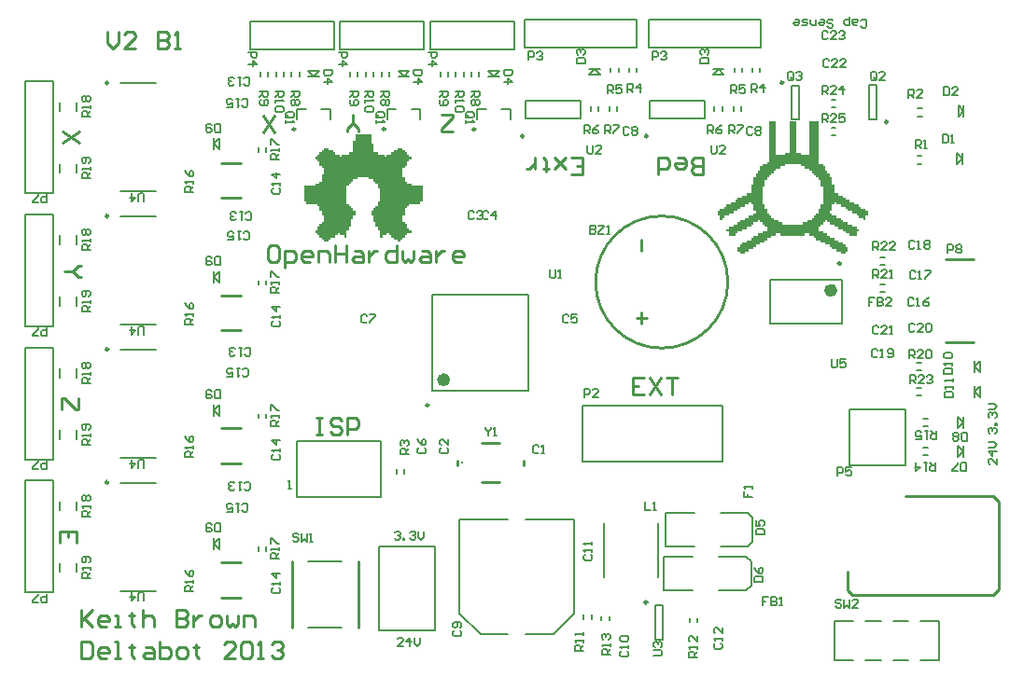
<source format=gto>
%FSLAX25Y25*%
%MOIN*%
G70*
G01*
G75*
G04 Layer_Color=65535*
%ADD10R,0.03543X0.02756*%
%ADD11R,0.05512X0.04331*%
%ADD12O,0.01772X0.08268*%
%ADD13R,0.02756X0.03543*%
%ADD14R,0.03937X0.03543*%
%ADD15R,0.03150X0.03543*%
%ADD16R,0.02362X0.04528*%
%ADD17R,0.04724X0.04724*%
%ADD18R,0.04724X0.04724*%
%ADD19R,0.06693X0.01378*%
%ADD20R,0.12205X0.36142*%
%ADD21O,0.02756X0.09843*%
%ADD22R,0.06693X0.04331*%
%ADD23R,0.06299X0.04724*%
%ADD24R,0.07874X0.06299*%
%ADD25R,0.15748X0.08268*%
%ADD26R,0.09055X0.09055*%
%ADD27R,0.03543X0.03150*%
%ADD28R,0.04331X0.03150*%
%ADD29R,0.03937X0.02480*%
%ADD30R,0.05118X0.15748*%
%ADD31R,0.05315X0.01575*%
%ADD32R,0.07087X0.05512*%
%ADD33O,0.02165X0.06890*%
%ADD34O,0.06890X0.02165*%
%ADD35C,0.01500*%
%ADD36C,0.01000*%
%ADD37C,0.00800*%
%ADD38R,0.07874X0.05906*%
%ADD39R,0.07874X0.04921*%
%ADD40R,0.05906X0.05906*%
%ADD41C,0.05906*%
%ADD42C,0.19685*%
%ADD43C,0.04331*%
G04:AMPARAMS|DCode=44|XSize=157.48mil|YSize=78.74mil|CornerRadius=19.69mil|HoleSize=0mil|Usage=FLASHONLY|Rotation=0.000|XOffset=0mil|YOffset=0mil|HoleType=Round|Shape=RoundedRectangle|*
%AMROUNDEDRECTD44*
21,1,0.15748,0.03937,0,0,0.0*
21,1,0.11811,0.07874,0,0,0.0*
1,1,0.03937,0.05906,-0.01969*
1,1,0.03937,-0.05906,-0.01969*
1,1,0.03937,-0.05906,0.01969*
1,1,0.03937,0.05906,0.01969*
%
%ADD44ROUNDEDRECTD44*%
G04:AMPARAMS|DCode=45|XSize=157.48mil|YSize=78.74mil|CornerRadius=19.69mil|HoleSize=0mil|Usage=FLASHONLY|Rotation=90.000|XOffset=0mil|YOffset=0mil|HoleType=Round|Shape=RoundedRectangle|*
%AMROUNDEDRECTD45*
21,1,0.15748,0.03937,0,0,90.0*
21,1,0.11811,0.07874,0,0,90.0*
1,1,0.03937,0.01969,0.05906*
1,1,0.03937,0.01969,-0.05906*
1,1,0.03937,-0.01969,-0.05906*
1,1,0.03937,-0.01969,0.05906*
%
%ADD45ROUNDEDRECTD45*%
%ADD46R,0.05906X0.05906*%
%ADD47C,0.06299*%
%ADD48C,0.05709*%
%ADD49O,0.07480X0.04724*%
%ADD50C,0.05000*%
%ADD51C,0.03937*%
%ADD52C,0.00984*%
%ADD53C,0.02362*%
%ADD54C,0.00394*%
%ADD55C,0.00787*%
G36*
X128100Y-45900D02*
Y-46700D01*
Y-47500D01*
Y-48300D01*
X128900D01*
Y-49100D01*
Y-49900D01*
Y-50700D01*
Y-51500D01*
X130500D01*
Y-52300D01*
X132900D01*
Y-53100D01*
X133700D01*
Y-52300D01*
X135300D01*
Y-51500D01*
X136100D01*
Y-50700D01*
X137700D01*
Y-49900D01*
X139300D01*
Y-50700D01*
X140100D01*
Y-51500D01*
X140900D01*
Y-52300D01*
X141700D01*
Y-53100D01*
X142500D01*
Y-53900D01*
X141700D01*
Y-54700D01*
X140900D01*
Y-55500D01*
Y-56300D01*
X140100D01*
Y-57100D01*
X139300D01*
Y-57900D01*
Y-58700D01*
Y-59500D01*
Y-60300D01*
X140100D01*
Y-61100D01*
Y-61900D01*
X140900D01*
Y-62700D01*
X142500D01*
Y-63500D01*
X146500D01*
Y-64300D01*
Y-65100D01*
Y-65900D01*
Y-66700D01*
Y-67500D01*
Y-68300D01*
Y-69100D01*
X145700D01*
Y-69900D01*
X141700D01*
Y-70700D01*
X140900D01*
Y-71500D01*
X140100D01*
Y-72300D01*
Y-73100D01*
Y-73900D01*
X139300D01*
Y-74700D01*
Y-75500D01*
Y-76300D01*
X140100D01*
Y-77100D01*
X140900D01*
Y-77900D01*
Y-78700D01*
X141700D01*
Y-79500D01*
X142500D01*
Y-80300D01*
X140900D01*
Y-81100D01*
X140100D01*
Y-81900D01*
X139300D01*
Y-82700D01*
X138500D01*
Y-83500D01*
X137700D01*
Y-82700D01*
X136100D01*
Y-81900D01*
X135300D01*
Y-81100D01*
X134500D01*
Y-80300D01*
X133700D01*
Y-81100D01*
X132100D01*
Y-81900D01*
X131300D01*
Y-81100D01*
Y-80300D01*
Y-79500D01*
X130500D01*
Y-78700D01*
Y-77900D01*
X129700D01*
Y-77100D01*
Y-76300D01*
X128900D01*
Y-75500D01*
Y-74700D01*
Y-73900D01*
X128100D01*
Y-73100D01*
Y-72300D01*
X128900D01*
Y-71500D01*
X129700D01*
Y-70700D01*
X130500D01*
Y-69900D01*
Y-69100D01*
X131300D01*
Y-68300D01*
Y-67500D01*
Y-66700D01*
Y-65900D01*
Y-65100D01*
Y-64300D01*
X130500D01*
Y-63500D01*
Y-62700D01*
X129700D01*
Y-61900D01*
X128900D01*
Y-61100D01*
X127300D01*
Y-60300D01*
X123300D01*
Y-61100D01*
X121700D01*
Y-61900D01*
X120900D01*
Y-62700D01*
X120100D01*
Y-63500D01*
X119300D01*
Y-64300D01*
Y-65100D01*
Y-65900D01*
Y-66700D01*
Y-67500D01*
Y-68300D01*
Y-69100D01*
Y-69900D01*
X120100D01*
Y-70700D01*
X120900D01*
Y-71500D01*
X121700D01*
Y-72300D01*
X122500D01*
Y-73100D01*
Y-73900D01*
X121700D01*
Y-74700D01*
Y-75500D01*
X120900D01*
Y-76300D01*
Y-77100D01*
Y-77900D01*
X120100D01*
Y-78700D01*
Y-79500D01*
X119300D01*
Y-80300D01*
Y-81100D01*
Y-81900D01*
X118500D01*
Y-81100D01*
X116900D01*
Y-80300D01*
X116100D01*
Y-81100D01*
X115300D01*
Y-81900D01*
X113700D01*
Y-82700D01*
X112900D01*
Y-83500D01*
X111300D01*
Y-82700D01*
X110500D01*
Y-81900D01*
X109700D01*
Y-81100D01*
X108900D01*
Y-80300D01*
X108100D01*
Y-79500D01*
X108900D01*
Y-78700D01*
Y-77900D01*
X109700D01*
Y-77100D01*
X110500D01*
Y-76300D01*
X111300D01*
Y-75500D01*
Y-74700D01*
Y-73900D01*
X110500D01*
Y-73100D01*
Y-72300D01*
X109700D01*
Y-71500D01*
Y-70700D01*
X108900D01*
Y-69900D01*
X104900D01*
Y-69100D01*
X104100D01*
Y-68300D01*
Y-67500D01*
Y-66700D01*
Y-65900D01*
Y-65100D01*
Y-64300D01*
Y-63500D01*
X108100D01*
Y-62700D01*
X109700D01*
Y-61900D01*
X110500D01*
Y-61100D01*
Y-60300D01*
Y-59500D01*
X111300D01*
Y-58700D01*
Y-57900D01*
Y-57100D01*
X110500D01*
Y-56300D01*
X109700D01*
Y-55500D01*
Y-54700D01*
X108900D01*
Y-53900D01*
X108100D01*
Y-53100D01*
X108900D01*
Y-52300D01*
X109700D01*
Y-51500D01*
X110500D01*
Y-50700D01*
X111300D01*
Y-49900D01*
X112900D01*
Y-50700D01*
X114500D01*
Y-51500D01*
X115300D01*
Y-52300D01*
X116900D01*
Y-53100D01*
X117700D01*
Y-52300D01*
X120100D01*
Y-51500D01*
X121700D01*
Y-50700D01*
Y-49900D01*
Y-49100D01*
Y-48300D01*
Y-47500D01*
X122500D01*
Y-46700D01*
Y-45900D01*
Y-45100D01*
X128100D01*
Y-45900D01*
D02*
G37*
G36*
X287800Y-41300D02*
Y-42100D01*
Y-42900D01*
Y-43700D01*
Y-44500D01*
Y-45300D01*
Y-46100D01*
Y-46900D01*
Y-47700D01*
Y-48500D01*
Y-49300D01*
Y-50100D01*
Y-50900D01*
Y-51700D01*
Y-52500D01*
Y-53300D01*
Y-54100D01*
Y-54900D01*
Y-55700D01*
X289400D01*
Y-56500D01*
X290200D01*
Y-57300D01*
Y-58100D01*
X291000D01*
Y-58900D01*
X291800D01*
Y-59700D01*
Y-60500D01*
X292600D01*
Y-61300D01*
Y-62100D01*
Y-62900D01*
X293400D01*
Y-63700D01*
Y-64500D01*
Y-65300D01*
Y-66100D01*
X295000D01*
Y-66900D01*
X296600D01*
Y-67700D01*
X297400D01*
Y-68500D01*
X299000D01*
Y-69300D01*
X300600D01*
Y-70100D01*
X302200D01*
Y-70900D01*
X303000D01*
Y-71700D01*
X304600D01*
Y-72500D01*
X305400D01*
Y-73300D01*
Y-74100D01*
X304600D01*
Y-74900D01*
Y-75700D01*
X303800D01*
Y-74900D01*
X302200D01*
Y-74100D01*
X301400D01*
Y-73300D01*
X299800D01*
Y-72500D01*
X298200D01*
Y-71700D01*
X297400D01*
Y-70900D01*
X295800D01*
Y-70100D01*
X294200D01*
Y-69300D01*
X293400D01*
Y-70100D01*
X292600D01*
Y-70900D01*
Y-71700D01*
Y-72500D01*
X291800D01*
Y-73300D01*
X292600D01*
Y-74100D01*
X294200D01*
Y-74900D01*
X295800D01*
Y-75700D01*
X296600D01*
Y-76500D01*
X298200D01*
Y-77300D01*
X299800D01*
Y-78100D01*
X301400D01*
Y-78900D01*
X302200D01*
Y-79700D01*
X301400D01*
Y-80500D01*
Y-81300D01*
X299000D01*
Y-80500D01*
X297400D01*
Y-79700D01*
X296600D01*
Y-78900D01*
X295000D01*
Y-78100D01*
X293400D01*
Y-77300D01*
X291800D01*
Y-76500D01*
X291000D01*
Y-75700D01*
X290200D01*
Y-76500D01*
X289400D01*
Y-77300D01*
X288600D01*
Y-78100D01*
X287800D01*
Y-78900D01*
Y-79700D01*
X289400D01*
Y-80500D01*
X291000D01*
Y-81300D01*
X291800D01*
Y-82100D01*
X293400D01*
Y-82900D01*
X295000D01*
Y-83700D01*
X296600D01*
Y-84500D01*
X297400D01*
Y-85300D01*
X298200D01*
Y-86100D01*
Y-86900D01*
X297400D01*
Y-87700D01*
X295800D01*
Y-86900D01*
X294200D01*
Y-86100D01*
X292600D01*
Y-85300D01*
X291800D01*
Y-84500D01*
X290200D01*
Y-83700D01*
X288600D01*
Y-82900D01*
X287000D01*
Y-82100D01*
X286200D01*
Y-81300D01*
X284600D01*
Y-80500D01*
X283000D01*
Y-81300D01*
X274200D01*
Y-80500D01*
X272600D01*
Y-81300D01*
X271000D01*
Y-82100D01*
X269400D01*
Y-82900D01*
X268600D01*
Y-83700D01*
X267000D01*
Y-84500D01*
X265400D01*
Y-85300D01*
X264600D01*
Y-86100D01*
X263000D01*
Y-86900D01*
X261400D01*
Y-87700D01*
X259800D01*
Y-86900D01*
X259000D01*
Y-86100D01*
Y-85300D01*
X259800D01*
Y-84500D01*
X260600D01*
Y-83700D01*
X262200D01*
Y-82900D01*
X263800D01*
Y-82100D01*
X264600D01*
Y-81300D01*
X266200D01*
Y-80500D01*
X267800D01*
Y-79700D01*
X269400D01*
Y-78900D01*
Y-78100D01*
X268600D01*
Y-77300D01*
X267800D01*
Y-76500D01*
X267000D01*
Y-75700D01*
X266200D01*
Y-76500D01*
X264600D01*
Y-77300D01*
X263800D01*
Y-78100D01*
X262200D01*
Y-78900D01*
X260600D01*
Y-79700D01*
X259000D01*
Y-80500D01*
X258200D01*
Y-81300D01*
X255800D01*
Y-80500D01*
Y-79700D01*
X255000D01*
Y-78900D01*
X255800D01*
Y-78100D01*
X257400D01*
Y-77300D01*
X259000D01*
Y-76500D01*
X259800D01*
Y-75700D01*
X261400D01*
Y-74900D01*
X263000D01*
Y-74100D01*
X264600D01*
Y-73300D01*
X265400D01*
Y-72500D01*
X264600D01*
Y-71700D01*
Y-70900D01*
Y-70100D01*
X263800D01*
Y-69300D01*
X263000D01*
Y-70100D01*
X261400D01*
Y-70900D01*
X259800D01*
Y-71700D01*
X259000D01*
Y-72500D01*
X257400D01*
Y-73300D01*
X255800D01*
Y-74100D01*
X254200D01*
Y-74900D01*
X253400D01*
Y-75700D01*
X252600D01*
Y-74900D01*
Y-74100D01*
X251800D01*
Y-73300D01*
Y-72500D01*
X252600D01*
Y-71700D01*
X254200D01*
Y-70900D01*
X255000D01*
Y-70100D01*
X256600D01*
Y-69300D01*
X258200D01*
Y-68500D01*
X259000D01*
Y-67700D01*
X260600D01*
Y-66900D01*
X262200D01*
Y-66100D01*
X263800D01*
Y-65300D01*
Y-64500D01*
Y-63700D01*
Y-62900D01*
X264600D01*
Y-62100D01*
Y-61300D01*
Y-60500D01*
X265400D01*
Y-59700D01*
Y-58900D01*
X266200D01*
Y-58100D01*
X267000D01*
Y-57300D01*
Y-56500D01*
X267800D01*
Y-55700D01*
X269400D01*
Y-54900D01*
X270200D01*
Y-54100D01*
Y-53300D01*
Y-52500D01*
Y-51700D01*
Y-50900D01*
Y-50100D01*
Y-49300D01*
Y-48500D01*
Y-47700D01*
Y-46900D01*
Y-46100D01*
Y-45300D01*
Y-44500D01*
Y-43700D01*
Y-42900D01*
Y-42100D01*
Y-41300D01*
Y-40500D01*
X272600D01*
Y-41300D01*
Y-42100D01*
Y-42900D01*
Y-43700D01*
Y-44500D01*
Y-45300D01*
Y-46100D01*
Y-46900D01*
Y-47700D01*
Y-48500D01*
Y-49300D01*
Y-50100D01*
Y-50900D01*
Y-51700D01*
Y-52500D01*
X275800D01*
Y-51700D01*
X277400D01*
Y-50900D01*
Y-50100D01*
Y-49300D01*
Y-48500D01*
Y-47700D01*
Y-46900D01*
Y-46100D01*
Y-45300D01*
Y-44500D01*
Y-43700D01*
Y-42900D01*
Y-42100D01*
Y-41300D01*
Y-40500D01*
X279800D01*
Y-41300D01*
Y-42100D01*
Y-42900D01*
Y-43700D01*
Y-44500D01*
Y-45300D01*
Y-46100D01*
Y-46900D01*
Y-47700D01*
Y-48500D01*
Y-49300D01*
Y-50100D01*
Y-50900D01*
Y-51700D01*
X281400D01*
Y-52500D01*
X284600D01*
Y-51700D01*
Y-50900D01*
Y-50100D01*
Y-49300D01*
Y-48500D01*
Y-47700D01*
Y-46900D01*
Y-46100D01*
Y-45300D01*
Y-44500D01*
Y-43700D01*
Y-42900D01*
Y-42100D01*
Y-41300D01*
Y-40500D01*
X287800D01*
Y-41300D01*
D02*
G37*
%LPC*%
G36*
X281400Y-55700D02*
X275800D01*
Y-56500D01*
X274200D01*
Y-57300D01*
X272600D01*
Y-58100D01*
X271800D01*
Y-58900D01*
X271000D01*
Y-59700D01*
X270200D01*
Y-60500D01*
X269400D01*
Y-61300D01*
X268600D01*
Y-62100D01*
Y-62900D01*
Y-63700D01*
X267800D01*
Y-64500D01*
Y-65300D01*
Y-66100D01*
Y-66900D01*
Y-67700D01*
Y-68500D01*
Y-69300D01*
Y-70100D01*
X268600D01*
Y-70900D01*
Y-71700D01*
X269400D01*
Y-72500D01*
Y-73300D01*
X270200D01*
Y-74100D01*
X271000D01*
Y-74900D01*
X271800D01*
Y-75700D01*
X273400D01*
Y-76500D01*
X275000D01*
Y-77300D01*
X282200D01*
Y-76500D01*
X283800D01*
Y-75700D01*
X285400D01*
Y-74900D01*
X286200D01*
Y-74100D01*
X287000D01*
Y-73300D01*
X287800D01*
Y-72500D01*
Y-71700D01*
X288600D01*
Y-70900D01*
Y-70100D01*
X289400D01*
Y-69300D01*
Y-68500D01*
Y-67700D01*
Y-66900D01*
Y-66100D01*
Y-65300D01*
Y-64500D01*
Y-63700D01*
X288600D01*
Y-62900D01*
Y-62100D01*
Y-61300D01*
X287800D01*
Y-60500D01*
X287000D01*
Y-59700D01*
X286200D01*
Y-58900D01*
X285400D01*
Y-58100D01*
X284600D01*
Y-57300D01*
X283000D01*
Y-56500D01*
X281400D01*
Y-55700D01*
D02*
G37*
%LPD*%
D36*
X255483Y-97861D02*
G03*
X255483Y-97861I-23622J0D01*
G01*
X123411Y-221411D02*
Y-197789D01*
X99789Y-221411D02*
Y-197789D01*
X74586Y-198216D02*
X81476D01*
X74586Y-210697D02*
X81476D01*
X74586Y-150216D02*
X81476D01*
X74586Y-162697D02*
X81476D01*
X74586Y-102717D02*
X81476D01*
X74586Y-115197D02*
X81476D01*
X74586Y-55317D02*
X81476D01*
X74586Y-67797D02*
X81476D01*
X108500Y-146502D02*
X110499D01*
X109500D01*
Y-152500D01*
X108500D01*
X110499D01*
X117497Y-147502D02*
X116497Y-146502D01*
X114498D01*
X113498Y-147502D01*
Y-148501D01*
X114498Y-149501D01*
X116497D01*
X117497Y-150501D01*
Y-151500D01*
X116497Y-152500D01*
X114498D01*
X113498Y-151500D01*
X119496Y-152500D02*
Y-146502D01*
X122495D01*
X123495Y-147502D01*
Y-149501D01*
X122495Y-150501D01*
X119496D01*
X225499Y-132002D02*
X221500D01*
Y-138000D01*
X225499D01*
X221500Y-135001D02*
X223499D01*
X227498Y-132002D02*
X231497Y-138000D01*
Y-132002D02*
X227498Y-138000D01*
X233496Y-132002D02*
X237495D01*
X235495D01*
Y-138000D01*
X24500Y-215002D02*
Y-221000D01*
Y-219001D01*
X28499Y-215002D01*
X25500Y-218001D01*
X28499Y-221000D01*
X33497D02*
X31498D01*
X30498Y-220000D01*
Y-218001D01*
X31498Y-217001D01*
X33497D01*
X34497Y-218001D01*
Y-219001D01*
X30498D01*
X36496Y-221000D02*
X38495D01*
X37496D01*
Y-217001D01*
X36496D01*
X42494Y-216002D02*
Y-217001D01*
X41495D01*
X43494D01*
X42494D01*
Y-220000D01*
X43494Y-221000D01*
X46493Y-215002D02*
Y-221000D01*
Y-218001D01*
X47493Y-217001D01*
X49492D01*
X50492Y-218001D01*
Y-221000D01*
X58489Y-215002D02*
Y-221000D01*
X61488D01*
X62488Y-220000D01*
Y-219001D01*
X61488Y-218001D01*
X58489D01*
X61488D01*
X62488Y-217001D01*
Y-216002D01*
X61488Y-215002D01*
X58489D01*
X64487Y-217001D02*
Y-221000D01*
Y-219001D01*
X65487Y-218001D01*
X66486Y-217001D01*
X67486D01*
X71485Y-221000D02*
X73484D01*
X74484Y-220000D01*
Y-218001D01*
X73484Y-217001D01*
X71485D01*
X70485Y-218001D01*
Y-220000D01*
X71485Y-221000D01*
X76483Y-217001D02*
Y-220000D01*
X77483Y-221000D01*
X78483Y-220000D01*
X79482Y-221000D01*
X80482Y-220000D01*
Y-217001D01*
X82481Y-221000D02*
Y-217001D01*
X85480D01*
X86480Y-218001D01*
Y-221000D01*
X23998Y-44000D02*
X18000Y-47999D01*
X23998D02*
X18000Y-44000D01*
X24498Y-92000D02*
X23498D01*
X21499Y-93999D01*
X23498Y-95999D01*
X24498D01*
X21499Y-93999D02*
X18500D01*
X23498Y-139500D02*
Y-143499D01*
X22498D01*
X18500Y-139500D01*
X17500D01*
Y-143499D01*
X22998Y-190999D02*
Y-187000D01*
X17000D01*
Y-190999D01*
X19999Y-187000D02*
Y-188999D01*
X93500Y-44498D02*
X89501Y-38500D01*
Y-44498D02*
X93500Y-38500D01*
X123500Y-43998D02*
Y-42998D01*
X121501Y-40999D01*
X119501Y-42998D01*
Y-43998D01*
X121501Y-40999D02*
Y-38000D01*
X157340Y-43925D02*
X153341D01*
Y-42925D01*
X157340Y-38926D01*
Y-37927D01*
X153341D01*
X246500Y-59498D02*
Y-53500D01*
X243501D01*
X242501Y-54500D01*
Y-55499D01*
X243501Y-56499D01*
X246500D01*
X243501D01*
X242501Y-57499D01*
Y-58498D01*
X243501Y-59498D01*
X246500D01*
X237503Y-53500D02*
X239502D01*
X240502Y-54500D01*
Y-56499D01*
X239502Y-57499D01*
X237503D01*
X236503Y-56499D01*
Y-55499D01*
X240502D01*
X230505Y-59498D02*
Y-53500D01*
X233504D01*
X234504Y-54500D01*
Y-56499D01*
X233504Y-57499D01*
X230505D01*
X199501Y-59498D02*
X203500D01*
Y-53500D01*
X199501D01*
X203500Y-56499D02*
X201501D01*
X197502Y-57499D02*
X193503Y-53500D01*
X195503Y-55499D01*
X193503Y-57499D01*
X197502Y-53500D01*
X190504Y-58498D02*
Y-57499D01*
X191504D01*
X189505D01*
X190504D01*
Y-54500D01*
X189505Y-53500D01*
X186505Y-57499D02*
Y-53500D01*
Y-55499D01*
X185506Y-56499D01*
X184506Y-57499D01*
X183507D01*
X24500Y-226502D02*
Y-232500D01*
X27499D01*
X28499Y-231500D01*
Y-227502D01*
X27499Y-226502D01*
X24500D01*
X33497Y-232500D02*
X31498D01*
X30498Y-231500D01*
Y-229501D01*
X31498Y-228501D01*
X33497D01*
X34497Y-229501D01*
Y-230501D01*
X30498D01*
X36496Y-232500D02*
X38495D01*
X37496D01*
Y-226502D01*
X36496D01*
X42494Y-227502D02*
Y-228501D01*
X41495D01*
X43494D01*
X42494D01*
Y-231500D01*
X43494Y-232500D01*
X47493Y-228501D02*
X49492D01*
X50492Y-229501D01*
Y-232500D01*
X47493D01*
X46493Y-231500D01*
X47493Y-230501D01*
X50492D01*
X52491Y-226502D02*
Y-232500D01*
X55490D01*
X56490Y-231500D01*
Y-230501D01*
Y-229501D01*
X55490Y-228501D01*
X52491D01*
X59489Y-232500D02*
X61488D01*
X62488Y-231500D01*
Y-229501D01*
X61488Y-228501D01*
X59489D01*
X58489Y-229501D01*
Y-231500D01*
X59489Y-232500D01*
X65487Y-227502D02*
Y-228501D01*
X64487D01*
X66486D01*
X65487D01*
Y-231500D01*
X66486Y-232500D01*
X79482D02*
X75484D01*
X79482Y-228501D01*
Y-227502D01*
X78483Y-226502D01*
X76483D01*
X75484Y-227502D01*
X81482D02*
X82481Y-226502D01*
X84481D01*
X85480Y-227502D01*
Y-231500D01*
X84481Y-232500D01*
X82481D01*
X81482Y-231500D01*
Y-227502D01*
X87480Y-232500D02*
X89479D01*
X88479D01*
Y-226502D01*
X87480Y-227502D01*
X92478D02*
X93478Y-226502D01*
X95477D01*
X96477Y-227502D01*
Y-228501D01*
X95477Y-229501D01*
X94477D01*
X95477D01*
X96477Y-230501D01*
Y-231500D01*
X95477Y-232500D01*
X93478D01*
X92478Y-231500D01*
X34000Y-8502D02*
Y-12501D01*
X35999Y-14500D01*
X37999Y-12501D01*
Y-8502D01*
X43997Y-14500D02*
X39998D01*
X43997Y-10501D01*
Y-9502D01*
X42997Y-8502D01*
X40998D01*
X39998Y-9502D01*
X51994Y-8502D02*
Y-14500D01*
X54993D01*
X55993Y-13500D01*
Y-12501D01*
X54993Y-11501D01*
X51994D01*
X54993D01*
X55993Y-10501D01*
Y-9502D01*
X54993Y-8502D01*
X51994D01*
X57992Y-14500D02*
X59992D01*
X58992D01*
Y-8502D01*
X57992Y-9502D01*
X94264Y-84881D02*
X92264D01*
X91265Y-85880D01*
Y-89879D01*
X92264Y-90879D01*
X94264D01*
X95263Y-89879D01*
Y-85880D01*
X94264Y-84881D01*
X97263Y-92878D02*
Y-86880D01*
X100262D01*
X101261Y-87880D01*
Y-89879D01*
X100262Y-90879D01*
X97263D01*
X106260D02*
X104261D01*
X103261Y-89879D01*
Y-87880D01*
X104261Y-86880D01*
X106260D01*
X107260Y-87880D01*
Y-88880D01*
X103261D01*
X109259Y-90879D02*
Y-86880D01*
X112258D01*
X113258Y-87880D01*
Y-90879D01*
X115257Y-84881D02*
Y-90879D01*
Y-87880D01*
X119256D01*
Y-84881D01*
Y-90879D01*
X122255Y-86880D02*
X124254D01*
X125254Y-87880D01*
Y-90879D01*
X122255D01*
X121255Y-89879D01*
X122255Y-88880D01*
X125254D01*
X127253Y-86880D02*
Y-90879D01*
Y-88880D01*
X128253Y-87880D01*
X129252Y-86880D01*
X130252D01*
X137250Y-84881D02*
Y-90879D01*
X134251D01*
X133251Y-89879D01*
Y-87880D01*
X134251Y-86880D01*
X137250D01*
X139249D02*
Y-89879D01*
X140249Y-90879D01*
X141249Y-89879D01*
X142248Y-90879D01*
X143248Y-89879D01*
Y-86880D01*
X146247D02*
X148246D01*
X149246Y-87880D01*
Y-90879D01*
X146247D01*
X145247Y-89879D01*
X146247Y-88880D01*
X149246D01*
X151245Y-86880D02*
Y-90879D01*
Y-88880D01*
X152245Y-87880D01*
X153245Y-86880D01*
X154244D01*
X160242Y-90879D02*
X158243D01*
X157243Y-89879D01*
Y-87880D01*
X158243Y-86880D01*
X160242D01*
X161242Y-87880D01*
Y-88880D01*
X157243D01*
D37*
X141500Y-159500D02*
X138501D01*
Y-158001D01*
X139001Y-157501D01*
X140000D01*
X140500Y-158001D01*
Y-159500D01*
Y-158500D02*
X141500Y-157501D01*
X139001Y-156501D02*
X138501Y-156001D01*
Y-155001D01*
X139001Y-154502D01*
X139501D01*
X140000Y-155001D01*
Y-155501D01*
Y-155001D01*
X140500Y-154502D01*
X141000D01*
X141500Y-155001D01*
Y-156001D01*
X141000Y-156501D01*
X139499Y-228000D02*
X137500D01*
X139499Y-226001D01*
Y-225501D01*
X138999Y-225001D01*
X138000D01*
X137500Y-225501D01*
X141999Y-228000D02*
Y-225001D01*
X140499Y-226501D01*
X142498D01*
X143498Y-225001D02*
Y-227000D01*
X144498Y-228000D01*
X145497Y-227000D01*
Y-225001D01*
X136500Y-187501D02*
X137000Y-187001D01*
X137999D01*
X138499Y-187501D01*
Y-188001D01*
X137999Y-188500D01*
X137500D01*
X137999D01*
X138499Y-189000D01*
Y-189500D01*
X137999Y-190000D01*
X137000D01*
X136500Y-189500D01*
X139499Y-190000D02*
Y-189500D01*
X139999D01*
Y-190000D01*
X139499D01*
X141998Y-187501D02*
X142498Y-187001D01*
X143498D01*
X143998Y-187501D01*
Y-188001D01*
X143498Y-188500D01*
X142998D01*
X143498D01*
X143998Y-189000D01*
Y-189500D01*
X143498Y-190000D01*
X142498D01*
X141998Y-189500D01*
X144997Y-187001D02*
Y-189000D01*
X145997Y-190000D01*
X146997Y-189000D01*
Y-187001D01*
X292500Y-125501D02*
Y-128000D01*
X293000Y-128500D01*
X294000D01*
X294499Y-128000D01*
Y-125501D01*
X297498D02*
X295499D01*
Y-127000D01*
X296499Y-126501D01*
X296999D01*
X297498Y-127000D01*
Y-128000D01*
X296999Y-128500D01*
X295999D01*
X295499Y-128000D01*
X307356Y-86400D02*
Y-83401D01*
X308855D01*
X309355Y-83901D01*
Y-84900D01*
X308855Y-85400D01*
X307356D01*
X308356D02*
X309355Y-86400D01*
X312354D02*
X310355D01*
X312354Y-84401D01*
Y-83901D01*
X311854Y-83401D01*
X310855D01*
X310355Y-83901D01*
X315353Y-86400D02*
X313354D01*
X315353Y-84401D01*
Y-83901D01*
X314854Y-83401D01*
X313854D01*
X313354Y-83901D01*
X307356Y-96400D02*
Y-93401D01*
X308855D01*
X309355Y-93901D01*
Y-94901D01*
X308855Y-95400D01*
X307356D01*
X308356D02*
X309355Y-96400D01*
X312354D02*
X310355D01*
X312354Y-94401D01*
Y-93901D01*
X311854Y-93401D01*
X310855D01*
X310355Y-93901D01*
X313354Y-96400D02*
X314354D01*
X313854D01*
Y-93401D01*
X313354Y-93901D01*
X307755Y-103401D02*
X305756D01*
Y-104901D01*
X306756D01*
X305756D01*
Y-106400D01*
X308755Y-103401D02*
Y-106400D01*
X310254D01*
X310754Y-105900D01*
Y-105400D01*
X310254Y-104901D01*
X308755D01*
X310254D01*
X310754Y-104401D01*
Y-103901D01*
X310254Y-103401D01*
X308755D01*
X313753Y-106400D02*
X311754D01*
X313753Y-104401D01*
Y-103901D01*
X313253Y-103401D01*
X312254D01*
X311754Y-103901D01*
X322155Y-83501D02*
X321655Y-83001D01*
X320656D01*
X320156Y-83501D01*
Y-85500D01*
X320656Y-86000D01*
X321655D01*
X322155Y-85500D01*
X323155Y-86000D02*
X324155D01*
X323655D01*
Y-83001D01*
X323155Y-83501D01*
X325654D02*
X326154Y-83001D01*
X327154D01*
X327654Y-83501D01*
Y-84001D01*
X327154Y-84500D01*
X327654Y-85000D01*
Y-85500D01*
X327154Y-86000D01*
X326154D01*
X325654Y-85500D01*
Y-85000D01*
X326154Y-84500D01*
X325654Y-84001D01*
Y-83501D01*
X326154Y-84500D02*
X327154D01*
X322555Y-94301D02*
X322055Y-93801D01*
X321056D01*
X320556Y-94301D01*
Y-96300D01*
X321056Y-96800D01*
X322055D01*
X322555Y-96300D01*
X323555Y-96800D02*
X324555D01*
X324055D01*
Y-93801D01*
X323555Y-94301D01*
X326054Y-93801D02*
X328053D01*
Y-94301D01*
X326054Y-96300D01*
Y-96800D01*
X321755Y-103901D02*
X321255Y-103401D01*
X320256D01*
X319756Y-103901D01*
Y-105900D01*
X320256Y-106400D01*
X321255D01*
X321755Y-105900D01*
X322755Y-106400D02*
X323755D01*
X323255D01*
Y-103401D01*
X322755Y-103901D01*
X327254Y-103401D02*
X326254Y-103901D01*
X325254Y-104901D01*
Y-105900D01*
X325754Y-106400D01*
X326754D01*
X327254Y-105900D01*
Y-105400D01*
X326754Y-104901D01*
X325254D01*
X163740Y-29629D02*
X166739D01*
Y-31129D01*
X166239Y-31629D01*
X165240D01*
X164740Y-31129D01*
Y-29629D01*
Y-30629D02*
X163740Y-31629D01*
X166239Y-32628D02*
X166739Y-33128D01*
Y-34128D01*
X166239Y-34628D01*
X165740D01*
X165240Y-34128D01*
X164740Y-34628D01*
X164240D01*
X163740Y-34128D01*
Y-33128D01*
X164240Y-32628D01*
X164740D01*
X165240Y-33128D01*
X165740Y-32628D01*
X166239D01*
X165240Y-33128D02*
Y-34128D01*
X131600Y-29629D02*
X134599D01*
Y-31129D01*
X134099Y-31629D01*
X133099D01*
X132600Y-31129D01*
Y-29629D01*
Y-30629D02*
X131600Y-31629D01*
X134099Y-32628D02*
X134599Y-33128D01*
Y-34128D01*
X134099Y-34628D01*
X133599D01*
X133099Y-34128D01*
X132600Y-34628D01*
X132100D01*
X131600Y-34128D01*
Y-33128D01*
X132100Y-32628D01*
X132600D01*
X133099Y-33128D01*
X133599Y-32628D01*
X134099D01*
X133099Y-33128D02*
Y-34128D01*
X99460Y-29629D02*
X102459D01*
Y-31129D01*
X101959Y-31629D01*
X100959D01*
X100460Y-31129D01*
Y-29629D01*
Y-30629D02*
X99460Y-31629D01*
X101959Y-32628D02*
X102459Y-33128D01*
Y-34128D01*
X101959Y-34628D01*
X101459D01*
X100959Y-34128D01*
X100460Y-34628D01*
X99960D01*
X99460Y-34128D01*
Y-33128D01*
X99960Y-32628D01*
X100460D01*
X100959Y-33128D01*
X101459Y-32628D01*
X101959D01*
X100959Y-33128D02*
Y-34128D01*
X162380Y-39199D02*
X164380D01*
X164879Y-38699D01*
Y-37700D01*
X164380Y-37200D01*
X162380D01*
X161880Y-37700D01*
Y-38699D01*
X162880Y-38200D02*
X161880Y-39199D01*
Y-38699D02*
X162380Y-39199D01*
X161880Y-40199D02*
Y-41199D01*
Y-40699D01*
X164879D01*
X164380Y-40199D01*
X130240Y-39199D02*
X132239D01*
X132739Y-38699D01*
Y-37700D01*
X132239Y-37200D01*
X130240D01*
X129740Y-37700D01*
Y-38699D01*
X130740Y-38200D02*
X129740Y-39199D01*
Y-38699D02*
X130240Y-39199D01*
X129740Y-40199D02*
Y-41199D01*
Y-40699D01*
X132739D01*
X132239Y-40199D01*
X98100Y-39199D02*
X100099D01*
X100599Y-38699D01*
Y-37700D01*
X100099Y-37200D01*
X98100D01*
X97600Y-37700D01*
Y-38699D01*
X98600Y-38200D02*
X97600Y-39199D01*
Y-38699D02*
X98100Y-39199D01*
X97600Y-40199D02*
Y-41199D01*
Y-40699D01*
X100599D01*
X100099Y-40199D01*
X178479Y-22000D02*
X175480D01*
Y-23499D01*
X175980Y-23999D01*
X177980D01*
X178479Y-23499D01*
Y-22000D01*
X175480Y-26499D02*
X178479D01*
X176980Y-24999D01*
Y-26998D01*
X146339Y-22000D02*
X143340D01*
Y-23499D01*
X143840Y-23999D01*
X145839D01*
X146339Y-23499D01*
Y-22000D01*
X143340Y-26499D02*
X146339D01*
X144840Y-24999D01*
Y-26998D01*
X114199Y-22000D02*
X111200D01*
Y-23499D01*
X111700Y-23999D01*
X113699D01*
X114199Y-23499D01*
Y-22000D01*
X111200Y-26499D02*
X114199D01*
X112699Y-24999D01*
Y-26998D01*
X74069Y-44275D02*
Y-41276D01*
X72570D01*
X72070Y-41776D01*
Y-43776D01*
X72570Y-44275D01*
X74069D01*
X71070Y-41776D02*
X70570Y-41276D01*
X69571D01*
X69071Y-41776D01*
Y-43776D01*
X69571Y-44275D01*
X70570D01*
X71070Y-43776D01*
Y-43276D01*
X70570Y-42776D01*
X69071D01*
X95064Y-54076D02*
X92065D01*
Y-52577D01*
X92565Y-52077D01*
X93564D01*
X94064Y-52577D01*
Y-54076D01*
Y-53077D02*
X95064Y-52077D01*
Y-51077D02*
Y-50078D01*
Y-50577D01*
X92065D01*
X92565Y-51077D01*
X92065Y-48578D02*
Y-46579D01*
X92565D01*
X94564Y-48578D01*
X95064D01*
X46964Y-211875D02*
Y-209376D01*
X46464Y-208876D01*
X45464D01*
X44964Y-209376D01*
Y-211875D01*
X42465Y-208876D02*
Y-211875D01*
X43965Y-210376D01*
X41965D01*
X46964Y-164275D02*
Y-161776D01*
X46464Y-161276D01*
X45464D01*
X44964Y-161776D01*
Y-164275D01*
X42465Y-161276D02*
Y-164275D01*
X43965Y-162776D01*
X41965D01*
X46964Y-116675D02*
Y-114176D01*
X46464Y-113676D01*
X45464D01*
X44964Y-114176D01*
Y-116675D01*
X42465Y-113676D02*
Y-116675D01*
X43965Y-115176D01*
X41965D01*
X46964Y-69075D02*
Y-66576D01*
X46464Y-66076D01*
X45464D01*
X44964Y-66576D01*
Y-69075D01*
X42465Y-66076D02*
Y-69075D01*
X43965Y-67576D01*
X41965D01*
X95064Y-196876D02*
X92065D01*
Y-195377D01*
X92565Y-194877D01*
X93564D01*
X94064Y-195377D01*
Y-196876D01*
Y-195877D02*
X95064Y-194877D01*
Y-193877D02*
Y-192878D01*
Y-193377D01*
X92065D01*
X92565Y-193877D01*
X92065Y-191378D02*
Y-189379D01*
X92565D01*
X94564Y-191378D01*
X95064D01*
Y-149276D02*
X92065D01*
Y-147777D01*
X92565Y-147277D01*
X93564D01*
X94064Y-147777D01*
Y-149276D01*
Y-148277D02*
X95064Y-147277D01*
Y-146277D02*
Y-145278D01*
Y-145777D01*
X92065D01*
X92565Y-146277D01*
X92065Y-143778D02*
Y-141779D01*
X92565D01*
X94564Y-143778D01*
X95064D01*
Y-101676D02*
X92065D01*
Y-100177D01*
X92565Y-99677D01*
X93564D01*
X94064Y-100177D01*
Y-101676D01*
Y-100677D02*
X95064Y-99677D01*
Y-98677D02*
Y-97678D01*
Y-98177D01*
X92065D01*
X92565Y-98677D01*
X92065Y-96178D02*
Y-94179D01*
X92565D01*
X94564Y-96178D01*
X95064D01*
X74069Y-187075D02*
Y-184076D01*
X72570D01*
X72070Y-184576D01*
Y-186576D01*
X72570Y-187075D01*
X74069D01*
X71070Y-184576D02*
X70570Y-184076D01*
X69571D01*
X69071Y-184576D01*
Y-186576D01*
X69571Y-187075D01*
X70570D01*
X71070Y-186576D01*
Y-186076D01*
X70570Y-185576D01*
X69071D01*
X74069Y-139475D02*
Y-136476D01*
X72570D01*
X72070Y-136976D01*
Y-138976D01*
X72570Y-139475D01*
X74069D01*
X71070Y-136976D02*
X70570Y-136476D01*
X69571D01*
X69071Y-136976D01*
Y-138976D01*
X69571Y-139475D01*
X70570D01*
X71070Y-138976D01*
Y-138476D01*
X70570Y-137976D01*
X69071D01*
X74069Y-91875D02*
Y-88876D01*
X72570D01*
X72070Y-89376D01*
Y-91376D01*
X72570Y-91875D01*
X74069D01*
X71070Y-89376D02*
X70570Y-88876D01*
X69571D01*
X69071Y-89376D01*
Y-91376D01*
X69571Y-91875D01*
X70570D01*
X71070Y-91376D01*
Y-90876D01*
X70570Y-90376D01*
X69071D01*
X168800Y-149801D02*
Y-150301D01*
X169800Y-151301D01*
X170799Y-150301D01*
Y-149801D01*
X169800Y-151301D02*
Y-152800D01*
X171799D02*
X172799D01*
X172299D01*
Y-149801D01*
X171799Y-150301D01*
X229001Y-231500D02*
X231500D01*
X232000Y-231000D01*
Y-230000D01*
X231500Y-229501D01*
X229001D01*
X229501Y-228501D02*
X229001Y-228001D01*
Y-227002D01*
X229501Y-226502D01*
X230001D01*
X230501Y-227002D01*
Y-227501D01*
Y-227002D01*
X231000Y-226502D01*
X231500D01*
X232000Y-227002D01*
Y-228001D01*
X231500Y-228501D01*
X249480Y-49030D02*
Y-51529D01*
X249980Y-52029D01*
X250980D01*
X251480Y-51529D01*
Y-49030D01*
X254479Y-52029D02*
X252479D01*
X254479Y-50030D01*
Y-49530D01*
X253979Y-49030D01*
X252979D01*
X252479Y-49530D01*
X205280Y-49030D02*
Y-51529D01*
X205780Y-52029D01*
X206780D01*
X207280Y-51529D01*
Y-49030D01*
X210279Y-52029D02*
X208279D01*
X210279Y-50030D01*
Y-49530D01*
X209779Y-49030D01*
X208779D01*
X208279Y-49530D01*
X192000Y-93501D02*
Y-96000D01*
X192500Y-96500D01*
X193500D01*
X193999Y-96000D01*
Y-93501D01*
X194999Y-96500D02*
X195999D01*
X195499D01*
Y-93501D01*
X194999Y-94001D01*
X295999Y-211801D02*
X295499Y-211301D01*
X294500D01*
X294000Y-211801D01*
Y-212301D01*
X294500Y-212801D01*
X295499D01*
X295999Y-213300D01*
Y-213800D01*
X295499Y-214300D01*
X294500D01*
X294000Y-213800D01*
X296999Y-211301D02*
Y-214300D01*
X297999Y-213300D01*
X298998Y-214300D01*
Y-211301D01*
X301997Y-214300D02*
X299998D01*
X301997Y-212301D01*
Y-211801D01*
X301498Y-211301D01*
X300498D01*
X299998Y-211801D01*
X102099Y-188201D02*
X101600Y-187701D01*
X100600D01*
X100100Y-188201D01*
Y-188701D01*
X100600Y-189200D01*
X101600D01*
X102099Y-189700D01*
Y-190200D01*
X101600Y-190700D01*
X100600D01*
X100100Y-190200D01*
X103099Y-187701D02*
Y-190700D01*
X104099Y-189700D01*
X105098Y-190700D01*
Y-187701D01*
X106098Y-190700D02*
X107098D01*
X106598D01*
Y-187701D01*
X106098Y-188201D01*
X320556Y-134100D02*
Y-131101D01*
X322055D01*
X322555Y-131601D01*
Y-132600D01*
X322055Y-133100D01*
X320556D01*
X321556D02*
X322555Y-134100D01*
X325554D02*
X323555D01*
X325554Y-132101D01*
Y-131601D01*
X325054Y-131101D01*
X324055D01*
X323555Y-131601D01*
X326554D02*
X327054Y-131101D01*
X328053D01*
X328553Y-131601D01*
Y-132101D01*
X328053Y-132600D01*
X327554D01*
X328053D01*
X328553Y-133100D01*
Y-133600D01*
X328053Y-134100D01*
X327054D01*
X326554Y-133600D01*
X320156Y-125200D02*
Y-122201D01*
X321655D01*
X322155Y-122701D01*
Y-123700D01*
X321655Y-124200D01*
X320156D01*
X321156D02*
X322155Y-125200D01*
X325154D02*
X323155D01*
X325154Y-123201D01*
Y-122701D01*
X324654Y-122201D01*
X323655D01*
X323155Y-122701D01*
X326154D02*
X326654Y-122201D01*
X327654D01*
X328153Y-122701D01*
Y-124700D01*
X327654Y-125200D01*
X326654D01*
X326154Y-124700D01*
Y-122701D01*
X27764Y-203676D02*
X24765D01*
Y-202177D01*
X25265Y-201677D01*
X26264D01*
X26764Y-202177D01*
Y-203676D01*
Y-202677D02*
X27764Y-201677D01*
Y-200677D02*
Y-199678D01*
Y-200178D01*
X24765D01*
X25265Y-200677D01*
X27264Y-198178D02*
X27764Y-197678D01*
Y-196679D01*
X27264Y-196179D01*
X25265D01*
X24765Y-196679D01*
Y-197678D01*
X25265Y-198178D01*
X25764D01*
X26264Y-197678D01*
Y-196179D01*
X27764Y-156076D02*
X24765D01*
Y-154577D01*
X25265Y-154077D01*
X26264D01*
X26764Y-154577D01*
Y-156076D01*
Y-155077D02*
X27764Y-154077D01*
Y-153077D02*
Y-152078D01*
Y-152577D01*
X24765D01*
X25265Y-153077D01*
X27264Y-150578D02*
X27764Y-150078D01*
Y-149079D01*
X27264Y-148579D01*
X25265D01*
X24765Y-149079D01*
Y-150078D01*
X25265Y-150578D01*
X25764D01*
X26264Y-150078D01*
Y-148579D01*
X27764Y-108476D02*
X24765D01*
Y-106977D01*
X25265Y-106477D01*
X26264D01*
X26764Y-106977D01*
Y-108476D01*
Y-107477D02*
X27764Y-106477D01*
Y-105477D02*
Y-104478D01*
Y-104978D01*
X24765D01*
X25265Y-105477D01*
X27264Y-102978D02*
X27764Y-102478D01*
Y-101479D01*
X27264Y-100979D01*
X25265D01*
X24765Y-101479D01*
Y-102478D01*
X25265Y-102978D01*
X25764D01*
X26264Y-102478D01*
Y-100979D01*
X27764Y-60876D02*
X24765D01*
Y-59377D01*
X25265Y-58877D01*
X26264D01*
X26764Y-59377D01*
Y-60876D01*
Y-59877D02*
X27764Y-58877D01*
Y-57877D02*
Y-56878D01*
Y-57377D01*
X24765D01*
X25265Y-57877D01*
X27264Y-55378D02*
X27764Y-54878D01*
Y-53879D01*
X27264Y-53379D01*
X25265D01*
X24765Y-53879D01*
Y-54878D01*
X25265Y-55378D01*
X25764D01*
X26264Y-54878D01*
Y-53379D01*
X27764Y-181676D02*
X24765D01*
Y-180177D01*
X25265Y-179677D01*
X26264D01*
X26764Y-180177D01*
Y-181676D01*
Y-180677D02*
X27764Y-179677D01*
Y-178677D02*
Y-177678D01*
Y-178177D01*
X24765D01*
X25265Y-178677D01*
Y-176178D02*
X24765Y-175678D01*
Y-174679D01*
X25265Y-174179D01*
X25764D01*
X26264Y-174679D01*
X26764Y-174179D01*
X27264D01*
X27764Y-174679D01*
Y-175678D01*
X27264Y-176178D01*
X26764D01*
X26264Y-175678D01*
X25764Y-176178D01*
X25265D01*
X26264Y-175678D02*
Y-174679D01*
X27764Y-134076D02*
X24765D01*
Y-132577D01*
X25265Y-132077D01*
X26264D01*
X26764Y-132577D01*
Y-134076D01*
Y-133077D02*
X27764Y-132077D01*
Y-131077D02*
Y-130078D01*
Y-130578D01*
X24765D01*
X25265Y-131077D01*
Y-128578D02*
X24765Y-128078D01*
Y-127079D01*
X25265Y-126579D01*
X25764D01*
X26264Y-127079D01*
X26764Y-126579D01*
X27264D01*
X27764Y-127079D01*
Y-128078D01*
X27264Y-128578D01*
X26764D01*
X26264Y-128078D01*
X25764Y-128578D01*
X25265D01*
X26264Y-128078D02*
Y-127079D01*
X27764Y-86476D02*
X24765D01*
Y-84977D01*
X25265Y-84477D01*
X26264D01*
X26764Y-84977D01*
Y-86476D01*
Y-85477D02*
X27764Y-84477D01*
Y-83477D02*
Y-82478D01*
Y-82977D01*
X24765D01*
X25265Y-83477D01*
Y-80978D02*
X24765Y-80478D01*
Y-79479D01*
X25265Y-78979D01*
X25764D01*
X26264Y-79479D01*
X26764Y-78979D01*
X27264D01*
X27764Y-79479D01*
Y-80478D01*
X27264Y-80978D01*
X26764D01*
X26264Y-80478D01*
X25764Y-80978D01*
X25265D01*
X26264Y-80478D02*
Y-79479D01*
X27764Y-38876D02*
X24765D01*
Y-37377D01*
X25265Y-36877D01*
X26264D01*
X26764Y-37377D01*
Y-38876D01*
Y-37877D02*
X27764Y-36877D01*
Y-35877D02*
Y-34878D01*
Y-35377D01*
X24765D01*
X25265Y-35877D01*
Y-33378D02*
X24765Y-32878D01*
Y-31879D01*
X25265Y-31379D01*
X25764D01*
X26264Y-31879D01*
X26764Y-31379D01*
X27264D01*
X27764Y-31879D01*
Y-32878D01*
X27264Y-33378D01*
X26764D01*
X26264Y-32878D01*
X25764Y-33378D01*
X25265D01*
X26264Y-32878D02*
Y-31879D01*
X64564Y-208476D02*
X61565D01*
Y-206977D01*
X62065Y-206477D01*
X63064D01*
X63564Y-206977D01*
Y-208476D01*
Y-207477D02*
X64564Y-206477D01*
Y-205477D02*
Y-204478D01*
Y-204977D01*
X61565D01*
X62065Y-205477D01*
X61565Y-200979D02*
X62065Y-201978D01*
X63064Y-202978D01*
X64064D01*
X64564Y-202478D01*
Y-201479D01*
X64064Y-200979D01*
X63564D01*
X63064Y-201479D01*
Y-202978D01*
X64564Y-160476D02*
X61565D01*
Y-158977D01*
X62065Y-158477D01*
X63064D01*
X63564Y-158977D01*
Y-160476D01*
Y-159477D02*
X64564Y-158477D01*
Y-157477D02*
Y-156478D01*
Y-156977D01*
X61565D01*
X62065Y-157477D01*
X61565Y-152979D02*
X62065Y-153979D01*
X63064Y-154978D01*
X64064D01*
X64564Y-154478D01*
Y-153479D01*
X64064Y-152979D01*
X63564D01*
X63064Y-153479D01*
Y-154978D01*
X64564Y-112976D02*
X61565D01*
Y-111477D01*
X62065Y-110977D01*
X63064D01*
X63564Y-111477D01*
Y-112976D01*
Y-111977D02*
X64564Y-110977D01*
Y-109977D02*
Y-108978D01*
Y-109477D01*
X61565D01*
X62065Y-109977D01*
X61565Y-105479D02*
X62065Y-106479D01*
X63064Y-107478D01*
X64064D01*
X64564Y-106978D01*
Y-105979D01*
X64064Y-105479D01*
X63564D01*
X63064Y-105979D01*
Y-107478D01*
X64564Y-65576D02*
X61565D01*
Y-64077D01*
X62065Y-63577D01*
X63064D01*
X63564Y-64077D01*
Y-65576D01*
Y-64577D02*
X64564Y-63577D01*
Y-62577D02*
Y-61578D01*
Y-62077D01*
X61565D01*
X62065Y-62577D01*
X61565Y-58079D02*
X62065Y-59079D01*
X63064Y-60078D01*
X64064D01*
X64564Y-59578D01*
Y-58579D01*
X64064Y-58079D01*
X63564D01*
X63064Y-58579D01*
Y-60078D01*
X330037Y-151200D02*
Y-154199D01*
X328538D01*
X328038Y-153699D01*
Y-152699D01*
X328538Y-152200D01*
X330037D01*
X329037D02*
X328038Y-151200D01*
X327038D02*
X326038D01*
X326538D01*
Y-154199D01*
X327038Y-153699D01*
X322539Y-154199D02*
X324539D01*
Y-152699D01*
X323539Y-153199D01*
X323039D01*
X322539Y-152699D01*
Y-151700D01*
X323039Y-151200D01*
X324039D01*
X324539Y-151700D01*
X329637Y-162400D02*
Y-165399D01*
X328137D01*
X327638Y-164899D01*
Y-163900D01*
X328137Y-163400D01*
X329637D01*
X328637D02*
X327638Y-162400D01*
X326638D02*
X325638D01*
X326138D01*
Y-165399D01*
X326638Y-164899D01*
X322639Y-162400D02*
Y-165399D01*
X324139Y-163900D01*
X322139D01*
X213500Y-231100D02*
X210501D01*
Y-229601D01*
X211001Y-229101D01*
X212000D01*
X212500Y-229601D01*
Y-231100D01*
Y-230100D02*
X213500Y-229101D01*
Y-228101D02*
Y-227101D01*
Y-227601D01*
X210501D01*
X211001Y-228101D01*
Y-225602D02*
X210501Y-225102D01*
Y-224102D01*
X211001Y-223602D01*
X211501D01*
X212000Y-224102D01*
Y-224602D01*
Y-224102D01*
X212500Y-223602D01*
X213000D01*
X213500Y-224102D01*
Y-225102D01*
X213000Y-225602D01*
X244500Y-232000D02*
X241501D01*
Y-230501D01*
X242001Y-230001D01*
X243001D01*
X243500Y-230501D01*
Y-232000D01*
Y-231000D02*
X244500Y-230001D01*
Y-229001D02*
Y-228001D01*
Y-228501D01*
X241501D01*
X242001Y-229001D01*
X244500Y-224502D02*
Y-226502D01*
X242501Y-224502D01*
X242001D01*
X241501Y-225002D01*
Y-226002D01*
X242001Y-226502D01*
X203800Y-229600D02*
X200801D01*
Y-228100D01*
X201301Y-227601D01*
X202301D01*
X202800Y-228100D01*
Y-229600D01*
Y-228600D02*
X203800Y-227601D01*
Y-226601D02*
Y-225601D01*
Y-226101D01*
X200801D01*
X201301Y-226601D01*
X203800Y-224102D02*
Y-223102D01*
Y-223602D01*
X200801D01*
X201301Y-224102D01*
X158140Y-29629D02*
X161139D01*
Y-31129D01*
X160639Y-31629D01*
X159640D01*
X159140Y-31129D01*
Y-29629D01*
Y-30629D02*
X158140Y-31629D01*
Y-32628D02*
Y-33628D01*
Y-33128D01*
X161139D01*
X160639Y-32628D01*
Y-35127D02*
X161139Y-35627D01*
Y-36627D01*
X160639Y-37127D01*
X158640D01*
X158140Y-36627D01*
Y-35627D01*
X158640Y-35127D01*
X160639D01*
X126000Y-29629D02*
X128999D01*
Y-31129D01*
X128499Y-31629D01*
X127499D01*
X127000Y-31129D01*
Y-29629D01*
Y-30629D02*
X126000Y-31629D01*
Y-32628D02*
Y-33628D01*
Y-33128D01*
X128999D01*
X128499Y-32628D01*
Y-35127D02*
X128999Y-35627D01*
Y-36627D01*
X128499Y-37127D01*
X126500D01*
X126000Y-36627D01*
Y-35627D01*
X126500Y-35127D01*
X128499D01*
X93860Y-29629D02*
X96859D01*
Y-31129D01*
X96359Y-31629D01*
X95359D01*
X94859Y-31129D01*
Y-29629D01*
Y-30629D02*
X93860Y-31629D01*
Y-32628D02*
Y-33628D01*
Y-33128D01*
X96859D01*
X96359Y-32628D01*
Y-35127D02*
X96859Y-35627D01*
Y-36627D01*
X96359Y-37127D01*
X94360D01*
X93860Y-36627D01*
Y-35627D01*
X94360Y-35127D01*
X96359D01*
X152540Y-29629D02*
X155539D01*
Y-31129D01*
X155039Y-31629D01*
X154040D01*
X153540Y-31129D01*
Y-29629D01*
Y-30629D02*
X152540Y-31629D01*
X153040Y-32628D02*
X152540Y-33128D01*
Y-34128D01*
X153040Y-34628D01*
X155039D01*
X155539Y-34128D01*
Y-33128D01*
X155039Y-32628D01*
X154540D01*
X154040Y-33128D01*
Y-34628D01*
X120400Y-29629D02*
X123399D01*
Y-31129D01*
X122899Y-31629D01*
X121899D01*
X121400Y-31129D01*
Y-29629D01*
Y-30629D02*
X120400Y-31629D01*
X120900Y-32628D02*
X120400Y-33128D01*
Y-34128D01*
X120900Y-34628D01*
X122899D01*
X123399Y-34128D01*
Y-33128D01*
X122899Y-32628D01*
X122399D01*
X121899Y-33128D01*
Y-34628D01*
X88260Y-29629D02*
X91259D01*
Y-31129D01*
X90759Y-31629D01*
X89759D01*
X89259Y-31129D01*
Y-29629D01*
Y-30629D02*
X88260Y-31629D01*
X88760Y-32628D02*
X88260Y-33128D01*
Y-34128D01*
X88760Y-34628D01*
X90759D01*
X91259Y-34128D01*
Y-33128D01*
X90759Y-32628D01*
X90259D01*
X89759Y-33128D01*
Y-34628D01*
X255880Y-44829D02*
Y-41830D01*
X257380D01*
X257880Y-42330D01*
Y-43330D01*
X257380Y-43830D01*
X255880D01*
X256880D02*
X257880Y-44829D01*
X258879Y-41830D02*
X260879D01*
Y-42330D01*
X258879Y-44329D01*
Y-44829D01*
X211680D02*
Y-41830D01*
X213180D01*
X213680Y-42330D01*
Y-43330D01*
X213180Y-43830D01*
X211680D01*
X212680D02*
X213680Y-44829D01*
X214679Y-41830D02*
X216679D01*
Y-42330D01*
X214679Y-44329D01*
Y-44829D01*
X248280D02*
Y-41830D01*
X249780D01*
X250280Y-42330D01*
Y-43330D01*
X249780Y-43830D01*
X248280D01*
X249280D02*
X250280Y-44829D01*
X253279Y-41830D02*
X252279Y-42330D01*
X251279Y-43330D01*
Y-44329D01*
X251779Y-44829D01*
X252779D01*
X253279Y-44329D01*
Y-43830D01*
X252779Y-43330D01*
X251279D01*
X204080Y-44829D02*
Y-41830D01*
X205580D01*
X206080Y-42330D01*
Y-43330D01*
X205580Y-43830D01*
X204080D01*
X205080D02*
X206080Y-44829D01*
X209079Y-41830D02*
X208079Y-42330D01*
X207079Y-43330D01*
Y-44329D01*
X207579Y-44829D01*
X208579D01*
X209079Y-44329D01*
Y-43830D01*
X208579Y-43330D01*
X207079D01*
X256680Y-30429D02*
Y-27430D01*
X258180D01*
X258680Y-27930D01*
Y-28930D01*
X258180Y-29430D01*
X256680D01*
X257680D02*
X258680Y-30429D01*
X261679Y-27430D02*
X259679D01*
Y-28930D01*
X260679Y-28430D01*
X261179D01*
X261679Y-28930D01*
Y-29929D01*
X261179Y-30429D01*
X260179D01*
X259679Y-29929D01*
X212480Y-30429D02*
Y-27430D01*
X213980D01*
X214480Y-27930D01*
Y-28930D01*
X213980Y-29430D01*
X212480D01*
X213480D02*
X214480Y-30429D01*
X217479Y-27430D02*
X215479D01*
Y-28930D01*
X216479Y-28430D01*
X216979D01*
X217479Y-28930D01*
Y-29929D01*
X216979Y-30429D01*
X215979D01*
X215479Y-29929D01*
X263880Y-30029D02*
Y-27030D01*
X265380D01*
X265880Y-27530D01*
Y-28530D01*
X265380Y-29030D01*
X263880D01*
X264880D02*
X265880Y-30029D01*
X268379D02*
Y-27030D01*
X266879Y-28530D01*
X268879D01*
X219680Y-30029D02*
Y-27030D01*
X221180D01*
X221680Y-27530D01*
Y-28530D01*
X221180Y-29030D01*
X219680D01*
X220680D02*
X221680Y-30029D01*
X224179D02*
Y-27030D01*
X222679Y-28530D01*
X224679D01*
X322400Y-50000D02*
Y-47001D01*
X323900D01*
X324399Y-47501D01*
Y-48500D01*
X323900Y-49000D01*
X322400D01*
X323400D02*
X324399Y-50000D01*
X325399D02*
X326399D01*
X325899D01*
Y-47001D01*
X325399Y-47501D01*
X334005Y-87387D02*
Y-84388D01*
X335505D01*
X336005Y-84887D01*
Y-85887D01*
X335505Y-86387D01*
X334005D01*
X337005Y-84887D02*
X337504Y-84388D01*
X338504D01*
X339004Y-84887D01*
Y-85387D01*
X338504Y-85887D01*
X339004Y-86387D01*
Y-86887D01*
X338504Y-87387D01*
X337504D01*
X337005Y-86887D01*
Y-86387D01*
X337504Y-85887D01*
X337005Y-85387D01*
Y-84887D01*
X337504Y-85887D02*
X338504D01*
X12164Y-209276D02*
Y-212275D01*
X10664D01*
X10164Y-211776D01*
Y-210776D01*
X10664Y-210276D01*
X12164D01*
X9165Y-212275D02*
X7165D01*
Y-211776D01*
X9165Y-209776D01*
Y-209276D01*
X12164Y-161676D02*
Y-164675D01*
X10664D01*
X10164Y-164176D01*
Y-163176D01*
X10664Y-162676D01*
X12164D01*
X9165Y-164675D02*
X7165D01*
Y-164176D01*
X9165Y-162176D01*
Y-161676D01*
X12164Y-114076D02*
Y-117075D01*
X10664D01*
X10164Y-116576D01*
Y-115576D01*
X10664Y-115076D01*
X12164D01*
X9165Y-117075D02*
X7165D01*
Y-116576D01*
X9165Y-114576D01*
Y-114076D01*
X12164Y-66476D02*
Y-69475D01*
X10664D01*
X10164Y-68976D01*
Y-67976D01*
X10664Y-67476D01*
X12164D01*
X9165Y-69475D02*
X7165D01*
Y-68976D01*
X9165Y-66976D01*
Y-66476D01*
X294600Y-167200D02*
Y-164201D01*
X296099D01*
X296599Y-164701D01*
Y-165700D01*
X296099Y-166200D01*
X294600D01*
X299598Y-164201D02*
X297599D01*
Y-165700D01*
X298599Y-165201D01*
X299098D01*
X299598Y-165700D01*
Y-166700D01*
X299098Y-167200D01*
X298099D01*
X297599Y-166700D01*
X148540Y-15629D02*
X151539D01*
Y-17129D01*
X151039Y-17628D01*
X150040D01*
X149540Y-17129D01*
Y-15629D01*
X148540Y-20128D02*
X151539D01*
X150040Y-18628D01*
Y-20628D01*
X116400Y-15629D02*
X119399D01*
Y-17129D01*
X118899Y-17628D01*
X117900D01*
X117400Y-17129D01*
Y-15629D01*
X116400Y-20128D02*
X119399D01*
X117900Y-18628D01*
Y-20628D01*
X84260Y-15629D02*
X87259D01*
Y-17129D01*
X86759Y-17628D01*
X85759D01*
X85259Y-17129D01*
Y-15629D01*
X84260Y-20128D02*
X87259D01*
X85759Y-18628D01*
Y-20628D01*
X228480Y-18520D02*
Y-15521D01*
X229980D01*
X230480Y-16021D01*
Y-17021D01*
X229980Y-17521D01*
X228480D01*
X231479Y-16021D02*
X231979Y-15521D01*
X232979D01*
X233479Y-16021D01*
Y-16521D01*
X232979Y-17021D01*
X232479D01*
X232979D01*
X233479Y-17521D01*
Y-18021D01*
X232979Y-18520D01*
X231979D01*
X231479Y-18021D01*
X184280Y-18520D02*
Y-15521D01*
X185780D01*
X186280Y-16021D01*
Y-17021D01*
X185780Y-17521D01*
X184280D01*
X187279Y-16021D02*
X187779Y-15521D01*
X188779D01*
X189279Y-16021D01*
Y-16521D01*
X188779Y-17021D01*
X188279D01*
X188779D01*
X189279Y-17521D01*
Y-18021D01*
X188779Y-18520D01*
X187779D01*
X187279Y-18021D01*
X225800Y-176401D02*
Y-179400D01*
X227799D01*
X228799D02*
X229799D01*
X229299D01*
Y-176401D01*
X228799Y-176901D01*
X269999Y-210501D02*
X268000D01*
Y-212000D01*
X269000D01*
X268000D01*
Y-213500D01*
X270999Y-210501D02*
Y-213500D01*
X272498D01*
X272998Y-213000D01*
Y-212500D01*
X272498Y-212000D01*
X270999D01*
X272498D01*
X272998Y-211501D01*
Y-211001D01*
X272498Y-210501D01*
X270999D01*
X273998Y-213500D02*
X274998D01*
X274498D01*
Y-210501D01*
X273998Y-211001D01*
X261101Y-172601D02*
Y-174600D01*
X262600D01*
Y-173600D01*
Y-174600D01*
X264100D01*
Y-171601D02*
Y-170601D01*
Y-171101D01*
X261101D01*
X261601Y-171601D01*
X332801Y-138900D02*
X335800D01*
Y-137400D01*
X335300Y-136901D01*
X333301D01*
X332801Y-137400D01*
Y-138900D01*
X335800Y-135901D02*
Y-134901D01*
Y-135401D01*
X332801D01*
X333301Y-135901D01*
X335800Y-133402D02*
Y-132402D01*
Y-132902D01*
X332801D01*
X333301Y-133402D01*
X332701Y-130600D02*
X335700D01*
Y-129101D01*
X335200Y-128601D01*
X333201D01*
X332701Y-129101D01*
Y-130600D01*
X335700Y-127601D02*
Y-126601D01*
Y-127101D01*
X332701D01*
X333201Y-127601D01*
Y-125102D02*
X332701Y-124602D01*
Y-123602D01*
X333201Y-123102D01*
X335200D01*
X335700Y-123602D01*
Y-124602D01*
X335200Y-125102D01*
X333201D01*
X340837Y-154599D02*
Y-151600D01*
X339337D01*
X338838Y-152100D01*
Y-154099D01*
X339337Y-154599D01*
X340837D01*
X337838Y-154099D02*
X337338Y-154599D01*
X336338D01*
X335839Y-154099D01*
Y-153599D01*
X336338Y-153100D01*
X335839Y-152600D01*
Y-152100D01*
X336338Y-151600D01*
X337338D01*
X337838Y-152100D01*
Y-152600D01*
X337338Y-153100D01*
X337838Y-153599D01*
Y-154099D01*
X337338Y-153100D02*
X336338D01*
X340437Y-165399D02*
Y-162400D01*
X338937D01*
X338438Y-162900D01*
Y-164899D01*
X338937Y-165399D01*
X340437D01*
X337438D02*
X335439D01*
Y-164899D01*
X337438Y-162900D01*
Y-162400D01*
X265001Y-204900D02*
X268000D01*
Y-203400D01*
X267500Y-202901D01*
X265501D01*
X265001Y-203400D01*
Y-204900D01*
Y-199902D02*
X265501Y-200901D01*
X266500Y-201901D01*
X267500D01*
X268000Y-201401D01*
Y-200401D01*
X267500Y-199902D01*
X267000D01*
X266500Y-200401D01*
Y-201901D01*
X265501Y-188100D02*
X268500D01*
Y-186600D01*
X268000Y-186101D01*
X266001D01*
X265501Y-186600D01*
Y-188100D01*
Y-183102D02*
Y-185101D01*
X267001D01*
X266501Y-184101D01*
Y-183601D01*
X267001Y-183102D01*
X268000D01*
X268500Y-183601D01*
Y-184601D01*
X268000Y-185101D01*
X245681Y-19629D02*
X248680D01*
Y-18130D01*
X248181Y-17630D01*
X246181D01*
X245681Y-18130D01*
Y-19629D01*
X246181Y-16630D02*
X245681Y-16130D01*
Y-15131D01*
X246181Y-14631D01*
X246681D01*
X247181Y-15131D01*
Y-15630D01*
Y-15131D01*
X247681Y-14631D01*
X248181D01*
X248680Y-15131D01*
Y-16130D01*
X248181Y-16630D01*
X201481Y-19629D02*
X204480D01*
Y-18130D01*
X203980Y-17630D01*
X201981D01*
X201481Y-18130D01*
Y-19629D01*
X201981Y-16630D02*
X201481Y-16130D01*
Y-15131D01*
X201981Y-14631D01*
X202481D01*
X202981Y-15131D01*
Y-15630D01*
Y-15131D01*
X203481Y-14631D01*
X203980D01*
X204480Y-15131D01*
Y-16130D01*
X203980Y-16630D01*
X309355Y-113901D02*
X308855Y-113401D01*
X307856D01*
X307356Y-113901D01*
Y-115900D01*
X307856Y-116400D01*
X308855D01*
X309355Y-115900D01*
X312354Y-116400D02*
X310355D01*
X312354Y-114401D01*
Y-113901D01*
X311854Y-113401D01*
X310855D01*
X310355Y-113901D01*
X313354Y-116400D02*
X314354D01*
X313854D01*
Y-113401D01*
X313354Y-113901D01*
X322155Y-113101D02*
X321655Y-112601D01*
X320656D01*
X320156Y-113101D01*
Y-115100D01*
X320656Y-115600D01*
X321655D01*
X322155Y-115100D01*
X325154Y-115600D02*
X323155D01*
X325154Y-113601D01*
Y-113101D01*
X324654Y-112601D01*
X323655D01*
X323155Y-113101D01*
X326154D02*
X326654Y-112601D01*
X327654D01*
X328153Y-113101D01*
Y-115100D01*
X327654Y-115600D01*
X326654D01*
X326154Y-115100D01*
Y-113101D01*
X308955Y-122301D02*
X308455Y-121801D01*
X307456D01*
X306956Y-122301D01*
Y-124300D01*
X307456Y-124800D01*
X308455D01*
X308955Y-124300D01*
X309955Y-124800D02*
X310955D01*
X310455D01*
Y-121801D01*
X309955Y-122301D01*
X312454Y-124300D02*
X312954Y-124800D01*
X313954D01*
X314454Y-124300D01*
Y-122301D01*
X313954Y-121801D01*
X312954D01*
X312454Y-122301D01*
Y-122801D01*
X312954Y-123301D01*
X314454D01*
X82017Y-179476D02*
X82517Y-179975D01*
X83517D01*
X84017Y-179476D01*
Y-177476D01*
X83517Y-176976D01*
X82517D01*
X82017Y-177476D01*
X81018Y-176976D02*
X80018D01*
X80518D01*
Y-179975D01*
X81018Y-179476D01*
X76519Y-179975D02*
X78518D01*
Y-178476D01*
X77519Y-178976D01*
X77019D01*
X76519Y-178476D01*
Y-177476D01*
X77019Y-176976D01*
X78018D01*
X78518Y-177476D01*
X82217Y-131076D02*
X82717Y-131575D01*
X83717D01*
X84216Y-131076D01*
Y-129076D01*
X83717Y-128576D01*
X82717D01*
X82217Y-129076D01*
X81217Y-128576D02*
X80218D01*
X80718D01*
Y-131575D01*
X81217Y-131076D01*
X76719Y-131575D02*
X78718D01*
Y-130076D01*
X77719Y-130576D01*
X77219D01*
X76719Y-130076D01*
Y-129076D01*
X77219Y-128576D01*
X78219D01*
X78718Y-129076D01*
X82517Y-82376D02*
X83017Y-82875D01*
X84017D01*
X84517Y-82376D01*
Y-80376D01*
X84017Y-79876D01*
X83017D01*
X82517Y-80376D01*
X81517Y-79876D02*
X80518D01*
X81018D01*
Y-82875D01*
X81517Y-82376D01*
X77019Y-82875D02*
X79018D01*
Y-81376D01*
X78019Y-81876D01*
X77519D01*
X77019Y-81376D01*
Y-80376D01*
X77519Y-79876D01*
X78518D01*
X79018Y-80376D01*
X81917Y-34776D02*
X82417Y-35275D01*
X83417D01*
X83916Y-34776D01*
Y-32776D01*
X83417Y-32276D01*
X82417D01*
X81917Y-32776D01*
X80918Y-32276D02*
X79918D01*
X80418D01*
Y-35275D01*
X80918Y-34776D01*
X76419Y-35275D02*
X78418D01*
Y-33776D01*
X77419Y-34276D01*
X76919D01*
X76419Y-33776D01*
Y-32776D01*
X76919Y-32276D01*
X77918D01*
X78418Y-32776D01*
X93065Y-207077D02*
X92565Y-207577D01*
Y-208576D01*
X93065Y-209076D01*
X95064D01*
X95564Y-208576D01*
Y-207577D01*
X95064Y-207077D01*
X95564Y-206077D02*
Y-205078D01*
Y-205577D01*
X92565D01*
X93065Y-206077D01*
X95564Y-202079D02*
X92565D01*
X94064Y-203578D01*
Y-201579D01*
X93065Y-159477D02*
X92565Y-159977D01*
Y-160977D01*
X93065Y-161476D01*
X95064D01*
X95564Y-160977D01*
Y-159977D01*
X95064Y-159477D01*
X95564Y-158477D02*
Y-157478D01*
Y-157977D01*
X92565D01*
X93065Y-158477D01*
X95564Y-154479D02*
X92565D01*
X94064Y-155978D01*
Y-153979D01*
X93065Y-111877D02*
X92565Y-112377D01*
Y-113376D01*
X93065Y-113876D01*
X95064D01*
X95564Y-113376D01*
Y-112377D01*
X95064Y-111877D01*
X95564Y-110877D02*
Y-109878D01*
Y-110378D01*
X92565D01*
X93065Y-110877D01*
X95564Y-106879D02*
X92565D01*
X94064Y-108378D01*
Y-106379D01*
X93065Y-64277D02*
X92565Y-64777D01*
Y-65776D01*
X93065Y-66276D01*
X95064D01*
X95564Y-65776D01*
Y-64777D01*
X95064Y-64277D01*
X95564Y-63277D02*
Y-62278D01*
Y-62778D01*
X92565D01*
X93065Y-63277D01*
X95564Y-59279D02*
X92565D01*
X94064Y-60778D01*
Y-58779D01*
X82761Y-171876D02*
X83261Y-172375D01*
X84261D01*
X84761Y-171876D01*
Y-169876D01*
X84261Y-169376D01*
X83261D01*
X82761Y-169876D01*
X81762Y-169376D02*
X80762D01*
X81262D01*
Y-172375D01*
X81762Y-171876D01*
X79262D02*
X78763Y-172375D01*
X77763D01*
X77263Y-171876D01*
Y-171376D01*
X77763Y-170876D01*
X78263D01*
X77763D01*
X77263Y-170376D01*
Y-169876D01*
X77763Y-169376D01*
X78763D01*
X79262Y-169876D01*
X82961Y-123876D02*
X83461Y-124375D01*
X84461D01*
X84961Y-123876D01*
Y-121876D01*
X84461Y-121376D01*
X83461D01*
X82961Y-121876D01*
X81962Y-121376D02*
X80962D01*
X81462D01*
Y-124375D01*
X81962Y-123876D01*
X79462D02*
X78963Y-124375D01*
X77963D01*
X77463Y-123876D01*
Y-123376D01*
X77963Y-122876D01*
X78463D01*
X77963D01*
X77463Y-122376D01*
Y-121876D01*
X77963Y-121376D01*
X78963D01*
X79462Y-121876D01*
X83361Y-75376D02*
X83861Y-75875D01*
X84861D01*
X85361Y-75376D01*
Y-73376D01*
X84861Y-72876D01*
X83861D01*
X83361Y-73376D01*
X82362Y-72876D02*
X81362D01*
X81862D01*
Y-75875D01*
X82362Y-75376D01*
X79862D02*
X79363Y-75875D01*
X78363D01*
X77863Y-75376D01*
Y-74876D01*
X78363Y-74376D01*
X78863D01*
X78363D01*
X77863Y-73876D01*
Y-73376D01*
X78363Y-72876D01*
X79363D01*
X79862Y-73376D01*
X82661Y-27076D02*
X83161Y-27575D01*
X84161D01*
X84661Y-27076D01*
Y-25076D01*
X84161Y-24576D01*
X83161D01*
X82661Y-25076D01*
X81662Y-24576D02*
X80662D01*
X81162D01*
Y-27575D01*
X81662Y-27076D01*
X79162D02*
X78663Y-27575D01*
X77663D01*
X77163Y-27076D01*
Y-26576D01*
X77663Y-26076D01*
X78163D01*
X77663D01*
X77163Y-25576D01*
Y-25076D01*
X77663Y-24576D01*
X78663D01*
X79162Y-25076D01*
X251001Y-227001D02*
X250501Y-227501D01*
Y-228500D01*
X251001Y-229000D01*
X253000D01*
X253500Y-228500D01*
Y-227501D01*
X253000Y-227001D01*
X253500Y-226001D02*
Y-225001D01*
Y-225501D01*
X250501D01*
X251001Y-226001D01*
X253500Y-221502D02*
Y-223502D01*
X251501Y-221502D01*
X251001D01*
X250501Y-222002D01*
Y-223002D01*
X251001Y-223502D01*
X204501Y-195301D02*
X204001Y-195800D01*
Y-196800D01*
X204501Y-197300D01*
X206500D01*
X207000Y-196800D01*
Y-195800D01*
X206500Y-195301D01*
X207000Y-194301D02*
Y-193301D01*
Y-193801D01*
X204001D01*
X204501Y-194301D01*
X207000Y-191802D02*
Y-190802D01*
Y-191302D01*
X204001D01*
X204501Y-191802D01*
X217401Y-229801D02*
X216901Y-230300D01*
Y-231300D01*
X217401Y-231800D01*
X219400D01*
X219900Y-231300D01*
Y-230300D01*
X219400Y-229801D01*
X219900Y-228801D02*
Y-227801D01*
Y-228301D01*
X216901D01*
X217401Y-228801D01*
Y-226302D02*
X216901Y-225802D01*
Y-224802D01*
X217401Y-224302D01*
X219400D01*
X219900Y-224802D01*
Y-225802D01*
X219400Y-226302D01*
X217401D01*
X157801Y-222401D02*
X157301Y-222901D01*
Y-223900D01*
X157801Y-224400D01*
X159800D01*
X160300Y-223900D01*
Y-222901D01*
X159800Y-222401D01*
Y-221401D02*
X160300Y-220901D01*
Y-219901D01*
X159800Y-219402D01*
X157801D01*
X157301Y-219901D01*
Y-220901D01*
X157801Y-221401D01*
X158301D01*
X158800Y-220901D01*
Y-219402D01*
X264280Y-42730D02*
X263780Y-42230D01*
X262780D01*
X262280Y-42730D01*
Y-44729D01*
X262780Y-45229D01*
X263780D01*
X264280Y-44729D01*
X265279Y-42730D02*
X265779Y-42230D01*
X266779D01*
X267279Y-42730D01*
Y-43230D01*
X266779Y-43730D01*
X267279Y-44230D01*
Y-44729D01*
X266779Y-45229D01*
X265779D01*
X265279Y-44729D01*
Y-44230D01*
X265779Y-43730D01*
X265279Y-43230D01*
Y-42730D01*
X265779Y-43730D02*
X266779D01*
X220080Y-42730D02*
X219580Y-42230D01*
X218580D01*
X218080Y-42730D01*
Y-44729D01*
X218580Y-45229D01*
X219580D01*
X220080Y-44729D01*
X221079Y-42730D02*
X221579Y-42230D01*
X222579D01*
X223079Y-42730D01*
Y-43230D01*
X222579Y-43730D01*
X223079Y-44230D01*
Y-44729D01*
X222579Y-45229D01*
X221579D01*
X221079Y-44729D01*
Y-44230D01*
X221579Y-43730D01*
X221079Y-43230D01*
Y-42730D01*
X221579Y-43730D02*
X222579D01*
X145101Y-157201D02*
X144601Y-157701D01*
Y-158700D01*
X145101Y-159200D01*
X147100D01*
X147600Y-158700D01*
Y-157701D01*
X147100Y-157201D01*
X144601Y-154202D02*
X145101Y-155201D01*
X146100Y-156201D01*
X147100D01*
X147600Y-155701D01*
Y-154701D01*
X147100Y-154202D01*
X146600D01*
X146100Y-154701D01*
Y-156201D01*
X198599Y-109901D02*
X198100Y-109401D01*
X197100D01*
X196600Y-109901D01*
Y-111900D01*
X197100Y-112400D01*
X198100D01*
X198599Y-111900D01*
X201598Y-109401D02*
X199599D01*
Y-110900D01*
X200599Y-110401D01*
X201099D01*
X201598Y-110900D01*
Y-111900D01*
X201099Y-112400D01*
X200099D01*
X199599Y-111900D01*
X169999Y-73001D02*
X169500Y-72501D01*
X168500D01*
X168000Y-73001D01*
Y-75000D01*
X168500Y-75500D01*
X169500D01*
X169999Y-75000D01*
X172499Y-75500D02*
Y-72501D01*
X170999Y-74001D01*
X172998D01*
X164799Y-73001D02*
X164299Y-72501D01*
X163300D01*
X162800Y-73001D01*
Y-75000D01*
X163300Y-75500D01*
X164299D01*
X164799Y-75000D01*
X165799Y-73001D02*
X166299Y-72501D01*
X167299D01*
X167798Y-73001D01*
Y-73501D01*
X167299Y-74001D01*
X166799D01*
X167299D01*
X167798Y-74500D01*
Y-75000D01*
X167299Y-75500D01*
X166299D01*
X165799Y-75000D01*
X153101Y-157201D02*
X152601Y-157701D01*
Y-158700D01*
X153101Y-159200D01*
X155100D01*
X155600Y-158700D01*
Y-157701D01*
X155100Y-157201D01*
X155600Y-154202D02*
Y-156201D01*
X153601Y-154202D01*
X153101D01*
X152601Y-154701D01*
Y-155701D01*
X153101Y-156201D01*
X187999Y-156701D02*
X187499Y-156201D01*
X186500D01*
X186000Y-156701D01*
Y-158700D01*
X186500Y-159200D01*
X187499D01*
X187999Y-158700D01*
X188999Y-159200D02*
X189999D01*
X189499D01*
Y-156201D01*
X188999Y-156701D01*
X291599Y-18567D02*
X291100Y-18068D01*
X290100D01*
X289600Y-18567D01*
Y-20567D01*
X290100Y-21067D01*
X291100D01*
X291599Y-20567D01*
X294598Y-21067D02*
X292599D01*
X294598Y-19067D01*
Y-18567D01*
X294098Y-18068D01*
X293099D01*
X292599Y-18567D01*
X297597Y-21067D02*
X295598D01*
X297597Y-19067D01*
Y-18567D01*
X297098Y-18068D01*
X296098D01*
X295598Y-18567D01*
X291199Y-8701D02*
X290700Y-8201D01*
X289700D01*
X289200Y-8701D01*
Y-10700D01*
X289700Y-11200D01*
X290700D01*
X291199Y-10700D01*
X294198Y-11200D02*
X292199D01*
X294198Y-9201D01*
Y-8701D01*
X293699Y-8201D01*
X292699D01*
X292199Y-8701D01*
X295198D02*
X295698Y-8201D01*
X296698D01*
X297197Y-8701D01*
Y-9201D01*
X296698Y-9701D01*
X296198D01*
X296698D01*
X297197Y-10200D01*
Y-10700D01*
X296698Y-11200D01*
X295698D01*
X295198Y-10700D01*
X308399Y-25100D02*
Y-23101D01*
X307899Y-22601D01*
X306900D01*
X306400Y-23101D01*
Y-25100D01*
X306900Y-25600D01*
X307899D01*
X307400Y-24600D02*
X308399Y-25600D01*
X307899D02*
X308399Y-25100D01*
X311398Y-25600D02*
X309399D01*
X311398Y-23601D01*
Y-23101D01*
X310898Y-22601D01*
X309899D01*
X309399Y-23101D01*
X278799Y-25100D02*
Y-23101D01*
X278299Y-22601D01*
X277300D01*
X276800Y-23101D01*
Y-25100D01*
X277300Y-25600D01*
X278299D01*
X277800Y-24600D02*
X278799Y-25600D01*
X278299D02*
X278799Y-25100D01*
X279799Y-23101D02*
X280299Y-22601D01*
X281298D01*
X281798Y-23101D01*
Y-23601D01*
X281298Y-24101D01*
X280799D01*
X281298D01*
X281798Y-24600D01*
Y-25100D01*
X281298Y-25600D01*
X280299D01*
X279799Y-25100D01*
X289200Y-30667D02*
Y-27668D01*
X290700D01*
X291199Y-28168D01*
Y-29167D01*
X290700Y-29667D01*
X289200D01*
X290200D02*
X291199Y-30667D01*
X294198D02*
X292199D01*
X294198Y-28667D01*
Y-28168D01*
X293699Y-27668D01*
X292699D01*
X292199Y-28168D01*
X296697Y-30667D02*
Y-27668D01*
X295198Y-29167D01*
X297197D01*
X289200Y-40800D02*
Y-37801D01*
X290700D01*
X291199Y-38301D01*
Y-39301D01*
X290700Y-39800D01*
X289200D01*
X290200D02*
X291199Y-40800D01*
X294198D02*
X292199D01*
X294198Y-38801D01*
Y-38301D01*
X293699Y-37801D01*
X292699D01*
X292199Y-38301D01*
X297197Y-37801D02*
X295198D01*
Y-39301D01*
X296198Y-38801D01*
X296698D01*
X297197Y-39301D01*
Y-40300D01*
X296698Y-40800D01*
X295698D01*
X295198Y-40300D01*
X126699Y-109901D02*
X126199Y-109401D01*
X125200D01*
X124700Y-109901D01*
Y-111900D01*
X125200Y-112400D01*
X126199D01*
X126699Y-111900D01*
X127699Y-109401D02*
X129698D01*
Y-109901D01*
X127699Y-111900D01*
Y-112400D01*
X204100Y-139000D02*
Y-136001D01*
X205599D01*
X206099Y-136501D01*
Y-137501D01*
X205599Y-138000D01*
X204100D01*
X209098Y-139000D02*
X207099D01*
X209098Y-137001D01*
Y-136501D01*
X208598Y-136001D01*
X207599D01*
X207099Y-136501D01*
X332100Y-45201D02*
Y-48200D01*
X333599D01*
X334099Y-47700D01*
Y-45701D01*
X333599Y-45201D01*
X332100D01*
X335099Y-48200D02*
X336099D01*
X335599D01*
Y-45201D01*
X335099Y-45701D01*
X332600Y-28201D02*
Y-31200D01*
X334100D01*
X334599Y-30700D01*
Y-28701D01*
X334100Y-28201D01*
X332600D01*
X337598Y-31200D02*
X335599D01*
X337598Y-29201D01*
Y-28701D01*
X337099Y-28201D01*
X336099D01*
X335599Y-28701D01*
X319900Y-32000D02*
Y-29001D01*
X321399D01*
X321899Y-29501D01*
Y-30501D01*
X321399Y-31000D01*
X319900D01*
X320900D02*
X321899Y-32000D01*
X324898D02*
X322899D01*
X324898Y-30001D01*
Y-29501D01*
X324398Y-29001D01*
X323399D01*
X322899Y-29501D01*
X206300Y-77701D02*
Y-80700D01*
X207800D01*
X208299Y-80200D01*
Y-79700D01*
X207800Y-79201D01*
X206300D01*
X207800D01*
X208299Y-78701D01*
Y-78201D01*
X207800Y-77701D01*
X206300D01*
X209299D02*
X211298D01*
Y-78201D01*
X209299Y-80200D01*
Y-80700D01*
X211298D01*
X212298D02*
X213298D01*
X212798D01*
Y-77701D01*
X212298Y-78201D01*
X98400Y-171600D02*
X99400D01*
X98900D01*
Y-168601D01*
X98400Y-169101D01*
X303001Y-6499D02*
X303501Y-6999D01*
X304500D01*
X305000Y-6499D01*
Y-4500D01*
X304500Y-4000D01*
X303501D01*
X303001Y-4500D01*
X301501Y-5999D02*
X300501D01*
X300002Y-5500D01*
Y-4000D01*
X301501D01*
X302001Y-4500D01*
X301501Y-5000D01*
X300002D01*
X299002Y-3000D02*
Y-5999D01*
X297502D01*
X297003Y-5500D01*
Y-4500D01*
X297502Y-4000D01*
X299002D01*
X291004Y-6499D02*
X291504Y-6999D01*
X292504D01*
X293004Y-6499D01*
Y-5999D01*
X292504Y-5500D01*
X291504D01*
X291004Y-5000D01*
Y-4500D01*
X291504Y-4000D01*
X292504D01*
X293004Y-4500D01*
X288505Y-4000D02*
X289505D01*
X290005Y-4500D01*
Y-5500D01*
X289505Y-5999D01*
X288505D01*
X288005Y-5500D01*
Y-5000D01*
X290005D01*
X287006Y-4000D02*
Y-5999D01*
X285506D01*
X285006Y-5500D01*
Y-4000D01*
X284007D02*
X282507D01*
X282007Y-4500D01*
X282507Y-5000D01*
X283507D01*
X284007Y-5500D01*
X283507Y-5999D01*
X282007D01*
X279508Y-4000D02*
X280508D01*
X281008Y-4500D01*
Y-5500D01*
X280508Y-5999D01*
X279508D01*
X279008Y-5500D01*
Y-5000D01*
X281008D01*
X351500Y-161001D02*
Y-163000D01*
X349501Y-161001D01*
X349001D01*
X348501Y-161501D01*
Y-162500D01*
X349001Y-163000D01*
X351500Y-158501D02*
X348501D01*
X350001Y-160001D01*
Y-158002D01*
X348501Y-157002D02*
X350500D01*
X351500Y-156002D01*
X350500Y-155003D01*
X348501D01*
X349001Y-152000D02*
X348501Y-151500D01*
Y-150501D01*
X349001Y-150001D01*
X349501D01*
X350001Y-150501D01*
Y-151000D01*
Y-150501D01*
X350500Y-150001D01*
X351000D01*
X351500Y-150501D01*
Y-151500D01*
X351000Y-152000D01*
X351500Y-149001D02*
X351000D01*
Y-148501D01*
X351500D01*
Y-149001D01*
X349001Y-146502D02*
X348501Y-146002D01*
Y-145002D01*
X349001Y-144502D01*
X349501D01*
X350001Y-145002D01*
Y-145502D01*
Y-145002D01*
X350500Y-144502D01*
X351000D01*
X351500Y-145002D01*
Y-146002D01*
X351000Y-146502D01*
X348501Y-143503D02*
X350500D01*
X351500Y-142503D01*
X350500Y-141503D01*
X348501D01*
D52*
X295856Y-91217D02*
G03*
X295856Y-91217I-492J0D01*
G01*
X165286Y-43229D02*
G03*
X165286Y-43229I-492J0D01*
G01*
X133146D02*
G03*
X133146Y-43229I-492J0D01*
G01*
X101005D02*
G03*
X101005Y-43229I-492J0D01*
G01*
X34235Y-169488D02*
G03*
X34235Y-169488I-492J0D01*
G01*
Y-121888D02*
G03*
X34235Y-121888I-492J0D01*
G01*
Y-74288D02*
G03*
X34235Y-74288I-492J0D01*
G01*
Y-26688D02*
G03*
X34235Y-26688I-492J0D01*
G01*
X226829Y-45720D02*
G03*
X226829Y-45720I-492J0D01*
G01*
X182629D02*
G03*
X182629Y-45720I-492J0D01*
G01*
X275286Y-26551D02*
G03*
X275286Y-26551I-492J0D01*
G01*
X312498Y-40645D02*
G03*
X312498Y-40645I-492J0D01*
G01*
X226699Y-212316D02*
G03*
X226699Y-212316I-492J0D01*
G01*
X148652Y-141844D02*
G03*
X148652Y-141844I-492J0D01*
G01*
X319029Y-174296D02*
X350132D01*
X352100Y-176265D01*
Y-207761D02*
Y-176265D01*
X350132Y-209729D02*
X352100Y-207761D01*
X299738Y-209729D02*
X350132D01*
X298163Y-208154D02*
X299738Y-209729D01*
X298163Y-208154D02*
Y-201461D01*
X224695Y-86561D02*
Y-82624D01*
X222727Y-110853D02*
X226664D01*
X224695Y-112821D02*
Y-108884D01*
X333252Y-89880D02*
X343094D01*
X333252Y-119408D02*
X343094D01*
X167650Y-155358D02*
X173950D01*
X167650Y-169531D02*
X173950D01*
X182611Y-163232D02*
Y-161657D01*
X158989Y-163232D02*
Y-161657D01*
D53*
X293395Y-100863D02*
G03*
X293395Y-100863I-1181J0D01*
G01*
X155148Y-132789D02*
G03*
X155148Y-132789I-1181J0D01*
G01*
D54*
X160958Y-162444D02*
G03*
X160958Y-162444I-394J0D01*
G01*
D55*
X139878Y-166287D02*
Y-164713D01*
X137122Y-166287D02*
Y-164713D01*
X131000Y-222500D02*
X151000D01*
X131000Y-192500D02*
X151000D01*
Y-222500D02*
Y-192500D01*
X131000Y-222500D02*
Y-192500D01*
Y-222500D02*
Y-203333D01*
X270561Y-96926D02*
X296151D01*
X270561Y-112674D02*
X296151D01*
Y-96926D01*
X270561Y-112674D02*
Y-96926D01*
X309965Y-89022D02*
X311540D01*
X309965Y-91778D02*
X311540D01*
X309965Y-98622D02*
X311540D01*
X309965Y-101378D02*
X311540D01*
X166718Y-24417D02*
Y-22842D01*
X163962Y-24417D02*
Y-22842D01*
X134578Y-24417D02*
Y-22842D01*
X131822Y-24417D02*
Y-22842D01*
X102438Y-24417D02*
Y-22842D01*
X99682Y-24417D02*
Y-22842D01*
X165975Y-39587D02*
Y-36044D01*
X169124D01*
X177786Y-39587D02*
Y-36044D01*
X174636D02*
X177786D01*
X133835Y-39587D02*
Y-36044D01*
X136984D01*
X145646Y-39587D02*
Y-36044D01*
X142496D02*
X145646D01*
X101695Y-39587D02*
Y-36044D01*
X104844D01*
X113505Y-39587D02*
Y-36044D01*
X110356D02*
X113505D01*
X171880Y-24318D02*
X173849Y-22350D01*
X169912Y-24318D02*
X171782D01*
X173849D01*
X169912Y-22350D02*
X171880Y-24318D01*
X169912Y-22350D02*
X173849D01*
X139740Y-24318D02*
X141709Y-22350D01*
X137772Y-24318D02*
X139642D01*
X141709D01*
X137772Y-22350D02*
X139740Y-24318D01*
X137772Y-22350D02*
X141709D01*
X107600Y-24318D02*
X109569Y-22350D01*
X105631Y-24318D02*
X107502D01*
X109569D01*
X105631Y-22350D02*
X107600Y-24318D01*
X105631Y-22350D02*
X109569D01*
X71951Y-48476D02*
X73920Y-50445D01*
X71951Y-48378D02*
Y-46508D01*
Y-50445D02*
Y-48378D01*
Y-48476D02*
X73920Y-46508D01*
Y-50445D02*
Y-46508D01*
X90542Y-51264D02*
Y-49689D01*
X87786Y-51264D02*
Y-49689D01*
X38665Y-169685D02*
X51263D01*
X38665Y-208268D02*
X51263D01*
X38665Y-122085D02*
X51263D01*
X38665Y-160668D02*
X51263D01*
X38665Y-74485D02*
X51263D01*
X38665Y-113068D02*
X51263D01*
X38665Y-26885D02*
X51263D01*
X38665Y-65468D02*
X51263D01*
X90542Y-194064D02*
Y-192489D01*
X87786Y-194064D02*
Y-192489D01*
X90542Y-146464D02*
Y-144889D01*
X87786Y-146464D02*
Y-144889D01*
X90542Y-98864D02*
Y-97289D01*
X87786Y-98864D02*
Y-97289D01*
X71951Y-191276D02*
X73920Y-193245D01*
X71951Y-191178D02*
Y-189308D01*
Y-193245D02*
Y-191178D01*
Y-191276D02*
X73920Y-189308D01*
Y-193245D02*
Y-189308D01*
X71951Y-143676D02*
X73920Y-145645D01*
X71951Y-143578D02*
Y-141708D01*
Y-145645D02*
Y-143578D01*
Y-143676D02*
X73920Y-141708D01*
Y-145645D02*
Y-141708D01*
X71951Y-96076D02*
X73920Y-98045D01*
X71951Y-95978D02*
Y-94108D01*
Y-98045D02*
Y-95978D01*
Y-96076D02*
X73920Y-94108D01*
Y-98045D02*
Y-94108D01*
X247223Y-39224D02*
Y-32925D01*
X227538Y-39224D02*
Y-32925D01*
X247223D01*
X227538Y-39224D02*
X247223D01*
X203023D02*
Y-32925D01*
X183338Y-39224D02*
Y-32925D01*
X203023D01*
X183338Y-39224D02*
X203023D01*
X304623Y-219110D02*
X310135D01*
X314465D02*
X319977D01*
X314465Y-232890D02*
X319977D01*
X304623D02*
X310135D01*
X293599Y-219110D02*
X300292D01*
X324308D02*
X331001D01*
X324308Y-232890D02*
X331001D01*
X293599D02*
X300292D01*
X331001D02*
Y-219110D01*
X293599Y-232890D02*
Y-219110D01*
X105694Y-197789D02*
X117506D01*
X105694Y-221411D02*
X117506D01*
X322969Y-138411D02*
X324543D01*
X322969Y-135655D02*
X324543D01*
X322969Y-129378D02*
X324543D01*
X322969Y-126622D02*
X324543D01*
X22817Y-201551D02*
Y-198402D01*
X16911Y-201551D02*
Y-198402D01*
X22817Y-153951D02*
Y-150802D01*
X16911Y-153951D02*
Y-150802D01*
X22817Y-106351D02*
Y-103202D01*
X16911Y-106351D02*
Y-103202D01*
X22817Y-58751D02*
Y-55602D01*
X16911Y-58751D02*
Y-55602D01*
Y-179551D02*
Y-176402D01*
X22817Y-179551D02*
Y-176402D01*
X16911Y-131951D02*
Y-128802D01*
X22817Y-131951D02*
Y-128802D01*
X16911Y-84351D02*
Y-81202D01*
X22817Y-84351D02*
Y-81202D01*
X16911Y-36751D02*
Y-33602D01*
X22817Y-36751D02*
Y-33602D01*
X325250Y-149378D02*
X326824D01*
X325250Y-146622D02*
X326824D01*
X325250Y-159778D02*
X326824D01*
X325250Y-157022D02*
X326824D01*
X161118Y-24417D02*
Y-22842D01*
X158362Y-24417D02*
Y-22842D01*
X128978Y-24417D02*
Y-22842D01*
X126222Y-24417D02*
Y-22842D01*
X96838Y-24417D02*
Y-22842D01*
X94082Y-24417D02*
Y-22842D01*
X155518Y-24417D02*
Y-22842D01*
X152762Y-24417D02*
Y-22842D01*
X123378Y-24417D02*
Y-22842D01*
X120622Y-24417D02*
Y-22842D01*
X91238Y-24417D02*
Y-22842D01*
X88482Y-24417D02*
Y-22842D01*
X260258Y-36569D02*
Y-34995D01*
X257502Y-36569D02*
Y-34995D01*
X216058Y-36569D02*
Y-34995D01*
X213302Y-36569D02*
Y-34995D01*
X250702Y-36569D02*
Y-34995D01*
X253458Y-36569D02*
Y-34995D01*
X206502Y-36569D02*
Y-34995D01*
X209258Y-36569D02*
Y-34995D01*
X257902Y-22817D02*
Y-21242D01*
X260658Y-22817D02*
Y-21242D01*
X213702Y-22817D02*
Y-21242D01*
X216458Y-22817D02*
Y-21242D01*
X264302Y-22817D02*
Y-21242D01*
X267058Y-22817D02*
Y-21242D01*
X220102Y-22817D02*
Y-21242D01*
X222858Y-22817D02*
Y-21242D01*
X4664Y-168876D02*
X14664D01*
Y-208876D02*
Y-168876D01*
X4664Y-208876D02*
Y-168876D01*
Y-208876D02*
X14664D01*
X4664Y-121276D02*
X14664D01*
Y-161276D02*
Y-121276D01*
X4664Y-161276D02*
Y-121276D01*
Y-161276D02*
X14664D01*
X4664Y-73676D02*
X14664D01*
Y-113676D02*
Y-73676D01*
X4664Y-113676D02*
Y-73676D01*
Y-113676D02*
X14664D01*
X4664Y-26076D02*
X14664D01*
Y-66076D02*
Y-26076D01*
X4664Y-66076D02*
Y-26076D01*
Y-66076D02*
X14664D01*
X299037Y-163400D02*
Y-143400D01*
Y-163400D02*
X319037D01*
X299037Y-143400D02*
X319037D01*
Y-163400D02*
Y-143400D01*
X149140Y-14629D02*
X179140D01*
Y-4629D01*
X149140D02*
X179140D01*
X149140Y-14629D02*
Y-4629D01*
X117000Y-14629D02*
X147000D01*
Y-4629D01*
X117000D02*
X147000D01*
X117000Y-14629D02*
Y-4629D01*
X84860Y-14629D02*
X114860D01*
Y-4629D01*
X84860D02*
X114860D01*
X84860Y-14629D02*
Y-4629D01*
X267126Y-14173D02*
Y-4173D01*
X227126Y-14173D02*
X267126D01*
X227126Y-4173D02*
X267126D01*
X227126Y-14173D02*
Y-4173D01*
X222926Y-14173D02*
Y-4173D01*
X182926Y-14173D02*
X222926D01*
X182926Y-4173D02*
X222926D01*
X182926Y-14173D02*
Y-4173D01*
X211313Y-203246D02*
Y-183954D01*
X230604Y-203246D02*
Y-183954D01*
X343438Y-136933D02*
X345406Y-138902D01*
X343438Y-136835D02*
Y-134965D01*
Y-138902D02*
Y-136835D01*
Y-136933D02*
X345406Y-134965D01*
Y-138902D02*
Y-134965D01*
X343438Y-128000D02*
X345406Y-129969D01*
X343438Y-127902D02*
Y-126031D01*
Y-129969D02*
Y-127902D01*
Y-128000D02*
X345406Y-126031D01*
Y-129969D02*
Y-126031D01*
X337587Y-146031D02*
X339555Y-148000D01*
Y-149969D02*
Y-148098D01*
Y-146031D01*
X337587Y-149969D02*
X339555Y-148000D01*
X337587Y-149969D02*
Y-146031D01*
Y-156431D02*
X339555Y-158400D01*
Y-160369D02*
Y-158498D01*
Y-156431D01*
X337587Y-160369D02*
X339555Y-158400D01*
X337587Y-160369D02*
Y-156431D01*
X252374Y-208102D02*
X262020D01*
X252374Y-195898D02*
X262020D01*
X232689D02*
X242925D01*
X232689Y-208102D02*
X242925D01*
X263791Y-206331D02*
Y-197669D01*
X262020Y-195898D02*
X263791Y-197669D01*
X262020Y-208102D02*
X263791Y-206331D01*
X232689Y-208102D02*
Y-195898D01*
X250112Y-23679D02*
X252080Y-21711D01*
X252179D02*
X254049D01*
X250112D02*
X252179D01*
X252080D02*
X254049Y-23679D01*
X250112D02*
X254049D01*
X205912D02*
X207880Y-21711D01*
X207979D02*
X209849D01*
X205912D02*
X207979D01*
X207880D02*
X209849Y-23679D01*
X205912D02*
X209849D01*
X292413Y-42622D02*
X293987D01*
X292413Y-45378D02*
X293987D01*
X292413Y-35511D02*
X293987D01*
X292413Y-32755D02*
X293987D01*
X280896Y-39839D02*
Y-27634D01*
X278140Y-39839D02*
Y-27634D01*
Y-39839D02*
X280896D01*
X278140Y-27634D02*
X280896D01*
X305904Y-39562D02*
Y-27358D01*
X308660Y-39562D02*
Y-27358D01*
X305904D02*
X308660D01*
X305904Y-39562D02*
X308660D01*
X112233Y-174600D02*
X131400D01*
X101400D02*
X131400D01*
X101400Y-154600D02*
X131400D01*
X101400Y-174600D02*
Y-154600D01*
X131400Y-174600D02*
Y-154600D01*
X323113Y-55578D02*
X324687D01*
X323113Y-52822D02*
X324687D01*
X252883Y-192502D02*
X262528D01*
X252883Y-180298D02*
X262528D01*
X233198D02*
X243434D01*
X233198Y-192502D02*
X243434D01*
X264300Y-190731D02*
Y-182069D01*
X262528Y-180298D02*
X264300Y-182069D01*
X262528Y-192502D02*
X264300Y-190731D01*
X233198Y-192502D02*
Y-180298D01*
X213064Y-218800D02*
Y-217225D01*
X210308Y-218800D02*
Y-217225D01*
X203980Y-218387D02*
Y-216813D01*
X206736Y-218387D02*
Y-216813D01*
X229554Y-213399D02*
X232310D01*
X229554Y-225604D02*
X232310D01*
X229554D02*
Y-213399D01*
X232310Y-225604D02*
Y-213399D01*
X241872Y-219551D02*
Y-217976D01*
X244628Y-219551D02*
Y-217976D01*
X183250Y-223772D02*
X193128D01*
X167072D02*
X176950D01*
X183250Y-182828D02*
X200572D01*
X159628D02*
X176950D01*
X159628Y-216328D02*
Y-182828D01*
Y-216328D02*
X167072Y-223772D01*
X193128D02*
X200572Y-216328D01*
Y-182828D01*
X253700Y-162200D02*
Y-142200D01*
X203700Y-162200D02*
Y-142200D01*
X253700D01*
X203700Y-162200D02*
X253700D01*
X323213Y-35822D02*
X324787D01*
X323213Y-38578D02*
X324787D01*
X337750Y-38769D02*
Y-34832D01*
Y-38769D02*
X339718Y-36800D01*
Y-36898D02*
Y-34832D01*
Y-38769D02*
Y-36898D01*
X337750Y-34832D02*
X339718Y-36800D01*
X337250Y-55769D02*
Y-51832D01*
Y-55769D02*
X339218Y-53800D01*
Y-53898D02*
Y-51832D01*
Y-55769D02*
Y-53898D01*
X337250Y-51832D02*
X339218Y-53800D01*
X150030Y-136726D02*
X184282D01*
X150030Y-102474D02*
X184282D01*
X150030Y-136726D02*
Y-102474D01*
X184282Y-136726D02*
Y-102474D01*
M02*

</source>
